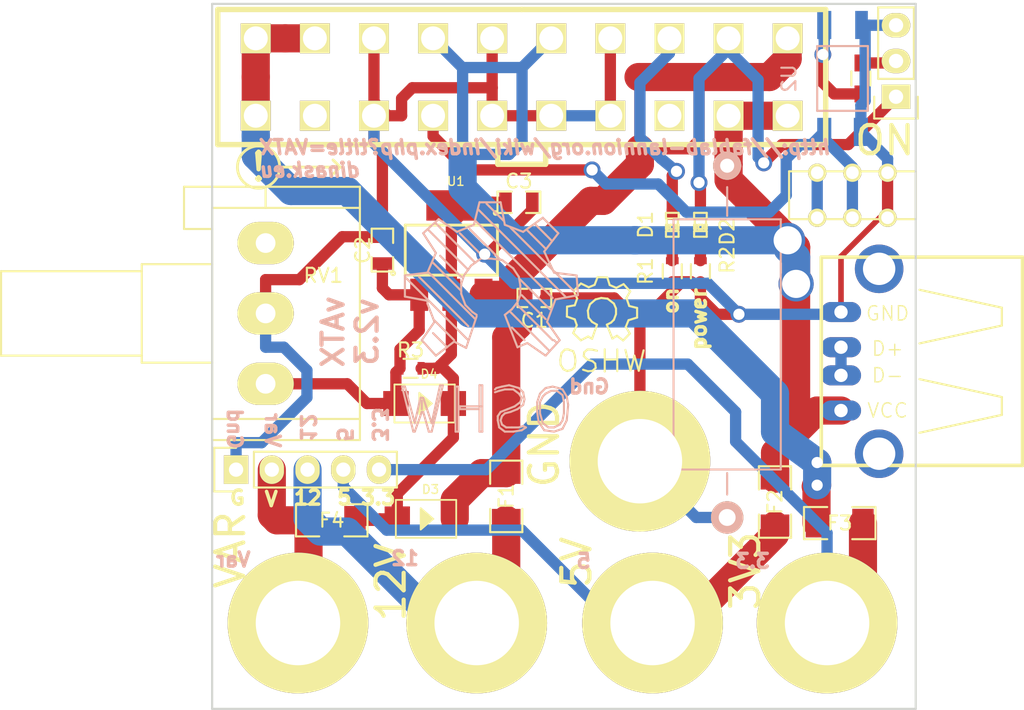
<source format=kicad_pcb>
(kicad_pcb (version 20171130) (host pcbnew "(5.1.12)-1")

  (general
    (thickness 1.6)
    (drawings 37)
    (tracks 297)
    (zones 0)
    (modules 31)
    (nets 20)
  )

  (page A4)
  (title_block
    (title "VATX : Variable ATX Power Supply")
    (date "18 mai 2015")
    (rev v2.3)
    (company "FabLab Lannion")
    (comment 1 "Jérôme Labidurie")
  )

  (layers
    (0 F.Cu signal)
    (31 B.Cu signal)
    (32 B.Adhes user hide)
    (33 F.Adhes user hide)
    (34 B.Paste user hide)
    (35 F.Paste user hide)
    (36 B.SilkS user hide)
    (37 F.SilkS user hide)
    (38 B.Mask user hide)
    (39 F.Mask user hide)
    (40 Dwgs.User user hide)
    (41 Cmts.User user hide)
    (42 Eco1.User user hide)
    (43 Eco2.User user hide)
    (44 Edge.Cuts user)
  )

  (setup
    (last_trace_width 0.8)
    (user_trace_width 2)
    (trace_clearance 0.5)
    (zone_clearance 0.508)
    (zone_45_only yes)
    (trace_min 0.254)
    (via_size 1.2)
    (via_drill 0.8)
    (via_min_size 0.889)
    (via_min_drill 0.508)
    (user_via 2.5 2)
    (uvia_size 0.508)
    (uvia_drill 0.127)
    (uvias_allowed no)
    (uvia_min_size 0.508)
    (uvia_min_drill 0.127)
    (edge_width 0.15)
    (segment_width 0.2)
    (pcb_text_width 0.3)
    (pcb_text_size 2.5 2.5)
    (mod_edge_width 0.15)
    (mod_text_size 1 1)
    (mod_text_width 0.15)
    (pad_size 6 15)
    (pad_drill 0)
    (pad_to_mask_clearance 0)
    (aux_axis_origin 0 0)
    (visible_elements 7FFFFF7F)
    (pcbplotparams
      (layerselection 0x010fc_80000001)
      (usegerberextensions true)
      (usegerberattributes true)
      (usegerberadvancedattributes true)
      (creategerberjobfile true)
      (excludeedgelayer true)
      (linewidth 0.150000)
      (plotframeref false)
      (viasonmask false)
      (mode 1)
      (useauxorigin false)
      (hpglpennumber 1)
      (hpglpenspeed 20)
      (hpglpendiameter 15.000000)
      (psnegative false)
      (psa4output false)
      (plotreference true)
      (plotvalue true)
      (plotinvisibletext false)
      (padsonsilk false)
      (subtractmaskfromsilk false)
      (outputformat 1)
      (mirror false)
      (drillshape 0)
      (scaleselection 1)
      (outputdirectory "fabrication/"))
  )

  (net 0 "")
  (net 1 POK)
  (net 2 "Net-(D1-Pad2)")
  (net 3 +5VSB)
  (net 4 "Net-(D2-Pad2)")
  (net 5 +12V)
  (net 6 +VAR)
  (net 7 "Net-(C2-Pad1)")
  (net 8 +5V)
  (net 9 "Net-(J1-Pad2)")
  (net 10 GND)
  (net 11 +3.3V)
  (net 12 PSON)
  (net 13 f+5V)
  (net 14 f+3.3V)
  (net 15 f+VAR)
  (net 16 f+12V)
  (net 17 "Net-(SW1-Pad1)")
  (net 18 "Net-(P8-Pad2)")
  (net 19 "Net-(R4-Pad2)")

  (net_class Default "Ceci est la Netclass par défaut"
    (clearance 0.5)
    (trace_width 0.8)
    (via_dia 1.2)
    (via_drill 0.8)
    (uvia_dia 0.508)
    (uvia_drill 0.127)
    (add_net +12V)
    (add_net +3.3V)
    (add_net +5V)
    (add_net +5VSB)
    (add_net +VAR)
    (add_net GND)
    (add_net "Net-(C2-Pad1)")
    (add_net "Net-(D1-Pad2)")
    (add_net "Net-(D2-Pad2)")
    (add_net "Net-(J1-Pad2)")
    (add_net "Net-(P8-Pad2)")
    (add_net "Net-(R4-Pad2)")
    (add_net "Net-(SW1-Pad1)")
    (add_net POK)
    (add_net PSON)
    (add_net f+12V)
    (add_net f+3.3V)
    (add_net f+5V)
    (add_net f+VAR)
  )

  (module opl:4P-2.0-90D (layer F.Cu) (tedit 54FF19CA) (tstamp 54FF15BD)
    (at 154.2 75 90)
    (descr "<b>USB connector</b>")
    (path /53504BF8)
    (fp_text reference J1 (at 0.3175 -4.8895 90) (layer F.SilkS) hide
      (effects (font (size 0.625 0.625) (thickness 0.1)))
    )
    (fp_text value USB (at 0 2.2225 90) (layer F.SilkS) hide
      (effects (font (size 0.625 0.625) (thickness 0.1)))
    )
    (fp_line (start 2.54 8.72) (end 3.81 8.72) (layer F.SilkS) (width 0.1524))
    (fp_line (start 1.27 2.87) (end 2.54 8.72) (layer F.SilkS) (width 0.1524))
    (fp_line (start -2.54 8.72) (end -1.27 2.87) (layer F.SilkS) (width 0.1524))
    (fp_line (start -3.81 8.72) (end -2.54 8.72) (layer F.SilkS) (width 0.1524))
    (fp_line (start -5.08 2.87) (end -3.81 8.72) (layer F.SilkS) (width 0.1524))
    (fp_line (start -7.4 -4.11) (end -7.4 10.19) (layer F.SilkS) (width 0.254))
    (fp_line (start 7.4 -4.11) (end -7.4 -4.11) (layer F.SilkS) (width 0.254))
    (fp_line (start 7.4 10.19) (end 7.4 -4.11) (layer F.SilkS) (width 0.254))
    (fp_line (start 3.81 8.72) (end 5.08 2.87) (layer F.SilkS) (width 0.1524))
    (fp_line (start -7.4 10.19) (end 7.4 10.19) (layer F.SilkS) (width 0.254))
    (fp_text user VCC (at -3.5 0.6 180) (layer F.SilkS)
      (effects (font (size 1.016 1.016) (thickness 0.1)))
    )
    (fp_text user D- (at -1 0.6 180) (layer F.SilkS)
      (effects (font (size 1.016 1.016) (thickness 0.1)))
    )
    (fp_text user D+ (at 0.9 0.6 180) (layer F.SilkS)
      (effects (font (size 1.016 1.016) (thickness 0.1)))
    )
    (fp_text user GND (at 3.4 0.6 180) (layer F.SilkS)
      (effects (font (size 1.016 1.016) (thickness 0.1)))
    )
    (pad 1 thru_hole oval (at -3.5 -2.71 180) (size 2.85 1.425) (drill 0.95) (layers *.Cu *.Mask)
      (net 8 +5V))
    (pad 2 thru_hole oval (at -1 -2.71 180) (size 2.85 1.425) (drill 0.95) (layers *.Cu *.Mask)
      (net 9 "Net-(J1-Pad2)"))
    (pad 3 thru_hole oval (at 1 -2.71 180) (size 2.85 1.425) (drill 0.95) (layers *.Cu *.Mask)
      (net 9 "Net-(J1-Pad2)"))
    (pad 4 thru_hole oval (at 3.5 -2.71 180) (size 2.85 1.425) (drill 0.95) (layers *.Cu *.Mask)
      (net 10 GND))
    (pad SG1 thru_hole circle (at -6.57 0 90) (size 3.45 3.45) (drill 2.3) (layers *.Cu *.Mask))
    (pad SG2 thru_hole circle (at 6.57 0 90) (size 3.45 3.45) (drill 2.3) (layers *.Cu *.Mask))
  )

  (module opl:SOT223 (layer F.Cu) (tedit 54FE0961) (tstamp 54FDF52B)
    (at 123.8 67.1)
    (descr "<b>SMALL OUTLINE TRANSISTOR</b>")
    (path /5345CE9E)
    (fp_text reference U1 (at 0.3175 -4.8895) (layer F.SilkS)
      (effects (font (size 0.625 0.625) (thickness 0.1)))
    )
    (fp_text value LM317T (at 0 -0.3175) (layer F.SilkS) hide
      (effects (font (size 0.625 0.625) (thickness 0.1)))
    )
    (fp_line (start -3.277 -1.778) (end 3.277 -1.778) (layer F.SilkS) (width 0.2032))
    (fp_line (start -3.277 1.778) (end -3.277 -1.778) (layer F.SilkS) (width 0.2032))
    (fp_line (start 3.277 1.778) (end -3.277 1.778) (layer F.SilkS) (width 0.2032))
    (fp_line (start 3.277 -1.778) (end 3.277 1.778) (layer F.SilkS) (width 0.2032))
    (pad 1 smd rect (at -2.286 3.175) (size 1.27 2.286) (layers F.Cu F.Paste F.Mask)
      (net 7 "Net-(C2-Pad1)"))
    (pad 2 smd rect (at 0 3.175) (size 1.27 2.286) (layers F.Cu F.Paste F.Mask)
      (net 6 +VAR))
    (pad 3 smd rect (at 2.286 3.175) (size 1.27 2.286) (layers F.Cu F.Paste F.Mask)
      (net 5 +12V))
    (pad 2 smd rect (at 0 -3.175) (size 3.556 2.159) (layers F.Cu F.Paste F.Mask)
      (net 6 +VAR))
  )

  (module atx:ATX_NON_90DEG (layer F.Cu) (tedit 54948FD0) (tstamp 549465F0)
    (at 128.8 54.8)
    (path /5345C9F7)
    (fp_text reference P1 (at -0.50038 -10.50036) (layer F.SilkS) hide
      (effects (font (size 1.524 1.524) (thickness 0.3048)))
    )
    (fp_text value CONN_10X2 (at -0.50038 -7.50062) (layer F.SilkS) hide
      (effects (font (size 1.524 1.524) (thickness 0.3048)))
    )
    (fp_line (start -21.60016 -4.8006) (end 0 -4.8006) (layer F.SilkS) (width 0.381))
    (fp_line (start -21.60016 4.8006) (end -21.60016 -4.8006) (layer F.SilkS) (width 0.381))
    (fp_line (start 21.60016 4.8006) (end -21.60016 4.8006) (layer F.SilkS) (width 0.381))
    (fp_line (start 21.60016 -4.8006) (end 21.60016 4.8006) (layer F.SilkS) (width 0.381))
    (fp_line (start 0 -4.8006) (end 21.60016 -4.8006) (layer F.SilkS) (width 0.381))
    (fp_line (start -1.69926 6.20014) (end -1.69926 4.8006) (layer F.SilkS) (width 0.381))
    (fp_line (start 1.69926 6.20014) (end -1.69926 6.20014) (layer F.SilkS) (width 0.381))
    (fp_line (start 1.69926 4.8006) (end 1.69926 6.20014) (layer F.SilkS) (width 0.381))
    (pad 1 thru_hole rect (at -18.90014 -2.75082 180) (size 2.12598 2.12598) (drill 1.69926) (layers *.Cu *.Mask F.SilkS)
      (net 11 +3.3V))
    (pad 2 thru_hole rect (at -18.90014 2.75082 180) (size 2.12598 2.12598) (drill 1.69926) (layers *.Cu *.Mask F.SilkS)
      (net 11 +3.3V))
    (pad 3 thru_hole rect (at -14.69898 -2.75082 180) (size 2.12598 2.12598) (drill 1.69926) (layers *.Cu *.Mask F.SilkS)
      (net 11 +3.3V))
    (pad 4 thru_hole rect (at -14.69898 2.75082 180) (size 2.12598 2.12598) (drill 1.69926) (layers *.Cu *.Mask F.SilkS))
    (pad 5 thru_hole rect (at -10.50036 -2.75082 180) (size 2.12598 2.12598) (drill 1.69926) (layers *.Cu *.Mask F.SilkS)
      (net 10 GND))
    (pad 6 thru_hole rect (at -10.50036 2.75082 180) (size 2.12598 2.12598) (drill 1.69926) (layers *.Cu *.Mask F.SilkS)
      (net 10 GND))
    (pad 7 thru_hole rect (at -6.2992 -2.75082 180) (size 2.12598 2.12598) (drill 1.69926) (layers *.Cu *.Mask F.SilkS)
      (net 8 +5V))
    (pad 8 thru_hole rect (at -6.2992 2.75082 180) (size 2.12598 2.12598) (drill 1.69926) (layers *.Cu *.Mask F.SilkS)
      (net 12 PSON))
    (pad 9 thru_hole rect (at -2.10058 -2.75082 180) (size 2.12598 2.12598) (drill 1.69926) (layers *.Cu *.Mask F.SilkS)
      (net 10 GND))
    (pad 10 thru_hole rect (at -2.10058 2.75082 180) (size 2.12598 2.12598) (drill 1.69926) (layers *.Cu *.Mask F.SilkS)
      (net 10 GND))
    (pad 11 thru_hole rect (at 2.10058 -2.75082 180) (size 2.12598 2.12598) (drill 1.69926) (layers *.Cu *.Mask F.SilkS)
      (net 8 +5V))
    (pad 12 thru_hole rect (at 2.10058 2.75082 180) (size 2.12598 2.12598) (drill 1.69926) (layers *.Cu *.Mask F.SilkS)
      (net 10 GND))
    (pad 13 thru_hole rect (at 6.2992 -2.75082 180) (size 2.12598 2.12598) (drill 1.69926) (layers *.Cu *.Mask F.SilkS)
      (net 10 GND))
    (pad 14 thru_hole rect (at 6.2992 2.75082 180) (size 2.12598 2.12598) (drill 1.69926) (layers *.Cu *.Mask F.SilkS)
      (net 10 GND))
    (pad 15 thru_hole rect (at 10.50036 -2.75082 180) (size 2.12598 2.12598) (drill 1.69926) (layers *.Cu *.Mask F.SilkS)
      (net 1 POK))
    (pad 16 thru_hole rect (at 10.50036 2.75082 180) (size 2.12598 2.12598) (drill 1.69926) (layers *.Cu *.Mask F.SilkS))
    (pad 17 thru_hole rect (at 14.69898 -2.75082 180) (size 2.12598 2.12598) (drill 1.69926) (layers *.Cu *.Mask F.SilkS)
      (net 3 +5VSB))
    (pad 18 thru_hole rect (at 14.69898 2.75082 180) (size 2.12598 2.12598) (drill 1.69926) (layers *.Cu *.Mask F.SilkS)
      (net 8 +5V))
    (pad 19 thru_hole rect (at 18.90014 -2.75082 180) (size 2.12598 2.12598) (drill 1.69926) (layers *.Cu *.Mask F.SilkS)
      (net 5 +12V))
    (pad 20 thru_hole rect (at 18.90014 2.75082 180) (size 2.12598 2.12598) (drill 1.69926) (layers *.Cu *.Mask F.SilkS)
      (net 8 +5V))
  )

  (module atx:Banana_single_6mmDrill (layer F.Cu) (tedit 54946423) (tstamp 549465FA)
    (at 125.6 93.6)
    (path /5345D194)
    (fp_text reference P3 (at -0.1 6.3) (layer F.SilkS) hide
      (effects (font (size 1.5 1.5) (thickness 0.15)))
    )
    (fp_text value CONN_1 (at 0.15 -6.5) (layer F.SilkS) hide
      (effects (font (size 1.5 1.5) (thickness 0.15)))
    )
    (pad 1 thru_hole circle (at 0 0) (size 10 10) (drill 6) (layers *.Cu *.Mask F.SilkS)
      (net 16 f+12V))
  )

  (module atx:Banana_single_6mmDrill (layer F.Cu) (tedit 54946423) (tstamp 54946604)
    (at 150.5 93.6)
    (path /5345D1C1)
    (fp_text reference P5 (at -0.1 6.3) (layer F.SilkS) hide
      (effects (font (size 1.5 1.5) (thickness 0.15)))
    )
    (fp_text value CONN_1 (at 0.15 -6.5) (layer F.SilkS) hide
      (effects (font (size 1.5 1.5) (thickness 0.15)))
    )
    (pad 1 thru_hole circle (at 0 0) (size 10 10) (drill 6) (layers *.Cu *.Mask F.SilkS)
      (net 14 f+3.3V))
  )

  (module atx:Banana_single_6mmDrill (layer F.Cu) (tedit 54946423) (tstamp 54946609)
    (at 112.9 93.6)
    (path /5345D1D1)
    (fp_text reference P6 (at -0.1 6.3) (layer F.SilkS) hide
      (effects (font (size 1.5 1.5) (thickness 0.15)))
    )
    (fp_text value CONN_1 (at 0.15 -6.5) (layer F.SilkS) hide
      (effects (font (size 1.5 1.5) (thickness 0.15)))
    )
    (pad 1 thru_hole circle (at 0 0) (size 10 10) (drill 6) (layers *.Cu *.Mask F.SilkS)
      (net 15 f+VAR))
  )

  (module atx:Banana_single_6mmDrill (layer F.Cu) (tedit 54946423) (tstamp 5494660E)
    (at 137.2 82.1)
    (path /5345D203)
    (fp_text reference P7 (at -0.1 6.3) (layer F.SilkS) hide
      (effects (font (size 1.5 1.5) (thickness 0.15)))
    )
    (fp_text value CONN_1 (at 0.15 -6.5) (layer F.SilkS) hide
      (effects (font (size 1.5 1.5) (thickness 0.15)))
    )
    (pad 1 thru_hole circle (at 0 0) (size 10 10) (drill 6) (layers *.Cu *.Mask F.SilkS)
      (net 10 GND))
  )

  (module Potentiometers:Potentiometer_Alps-RK16-single_largePads (layer F.Cu) (tedit 54FE11AF) (tstamp 54946680)
    (at 110.6 76.6 180)
    (descr "Potentiometer, Alps, RK16, single, large Pads, RevA, 30 July 2010,")
    (tags "Potentiometer, Alps, RK16, single, large Pads, RevA, 30 July 2010,")
    (path /5345CFB7)
    (fp_text reference RV1 (at -4.1 7.7 180) (layer F.SilkS)
      (effects (font (size 1 1) (thickness 0.15)))
    )
    (fp_text value 1K (at 0 16.43126 180) (layer F.SilkS) hide
      (effects (font (size 1 1) (thickness 0.15)))
    )
    (fp_line (start 3.79984 12.50188) (end 3.79984 -2.49936) (layer F.SilkS) (width 0.15))
    (fp_line (start -6.70052 12.50188) (end 3.79984 12.50188) (layer F.SilkS) (width 0.15))
    (fp_line (start -6.70052 -2.49936) (end -6.70052 12.50188) (layer F.SilkS) (width 0.15))
    (fp_line (start 3.79984 -2.49936) (end -6.70052 -2.49936) (layer F.SilkS) (width 0.15))
    (fp_line (start 8.8011 8.50138) (end 3.79984 8.50138) (layer F.SilkS) (width 0.15))
    (fp_line (start 8.8011 1.50114) (end 8.8011 8.50138) (layer F.SilkS) (width 0.15))
    (fp_line (start 3.79984 1.50114) (end 8.8011 1.50114) (layer F.SilkS) (width 0.15))
    (fp_line (start 18.80108 8.001) (end 8.8011 8.001) (layer F.SilkS) (width 0.15))
    (fp_line (start 18.80108 2.00152) (end 18.80108 8.001) (layer F.SilkS) (width 0.15))
    (fp_line (start 8.8011 2.00152) (end 18.80108 2.00152) (layer F.SilkS) (width 0.15))
    (fp_line (start 0 14.00048) (end 0 12.50188) (layer F.SilkS) (width 0.15))
    (fp_line (start 5.79882 14.00048) (end 0 14.00048) (layer F.SilkS) (width 0.15))
    (fp_line (start 5.79882 11.00074) (end 5.79882 14.00048) (layer F.SilkS) (width 0.15))
    (fp_line (start 3.79984 11.00074) (end 5.79882 11.00074) (layer F.SilkS) (width 0.15))
    (fp_line (start -6.70052 -3.99796) (end -6.70052 -2.49936) (layer F.SilkS) (width 0.15))
    (fp_line (start 3.79984 -3.99796) (end -6.70052 -3.99796) (layer F.SilkS) (width 0.15))
    (fp_line (start 3.79984 -2.49936) (end 3.79984 -3.99796) (layer F.SilkS) (width 0.15))
    (fp_line (start -6.70052 14.00048) (end -6.70052 12.40028) (layer F.SilkS) (width 0.15))
    (fp_line (start 0 14.00048) (end -6.70052 14.00048) (layer F.SilkS) (width 0.15))
    (pad 2 thru_hole oval (at 0 5.00126 180) (size 4.0005 2.99974) (drill 1.39954) (layers *.Cu *.Mask F.SilkS)
      (net 10 GND))
    (pad 3 thru_hole oval (at 0 10.00252 180) (size 4.0005 2.99974) (drill 1.39954) (layers *.Cu *.Mask F.SilkS))
    (pad 1 thru_hole oval (at 0 0 180) (size 4.0005 2.99974) (drill 1.39954) (layers *.Cu *.Mask F.SilkS)
      (net 7 "Net-(C2-Pad1)"))
  )

  (module SMD_Packages:SMD-0603_c (layer F.Cu) (tedit 54FE12ED) (tstamp 54946F79)
    (at 129.7 70.5)
    (path /5345DCE0)
    (attr smd)
    (fp_text reference C1 (at 0 1.6 180) (layer F.SilkS)
      (effects (font (size 1 1) (thickness 0.15)))
    )
    (fp_text value 0.1µF (at -1.651 0 90) (layer F.SilkS) hide
      (effects (font (size 1 1) (thickness 0.15)))
    )
    (fp_line (start -1.19888 0.635) (end -1.19888 -0.635) (layer F.SilkS) (width 0.15))
    (fp_line (start 1.19888 -0.635) (end 1.19888 0.635) (layer F.SilkS) (width 0.15))
    (fp_line (start -1.19888 -0.65024) (end -0.50038 -0.65024) (layer F.SilkS) (width 0.15))
    (fp_line (start 0.50038 -0.65024) (end 1.19888 -0.65024) (layer F.SilkS) (width 0.15))
    (fp_line (start -0.50038 0.65024) (end -1.19888 0.65024) (layer F.SilkS) (width 0.15))
    (fp_line (start 0.50038 0.65024) (end 1.19888 0.65024) (layer F.SilkS) (width 0.15))
    (pad 1 smd rect (at -0.762 0) (size 0.635 1.143) (layers F.Cu F.Paste F.Mask)
      (net 5 +12V))
    (pad 2 smd rect (at 0.762 0) (size 0.635 1.143) (layers F.Cu F.Paste F.Mask)
      (net 10 GND))
    (model SMD_Packages/SMD-0603_c.wrl
      (offset (xyz 0 0 0.02539999961853028))
      (scale (xyz 0.5 0.5 0.5))
      (rotate (xyz 0 0 0))
    )
  )

  (module SMD_Packages:SMD-0805 (layer F.Cu) (tedit 54FDE24F) (tstamp 54946F7F)
    (at 118.9 67.1 90)
    (path /5345D9E4)
    (attr smd)
    (fp_text reference C2 (at 0 -1.4 90) (layer F.SilkS)
      (effects (font (size 1 1) (thickness 0.15)))
    )
    (fp_text value 10µF (at 0 0.381 90) (layer F.SilkS) hide
      (effects (font (size 1 1) (thickness 0.15)))
    )
    (fp_line (start 1.524 0.762) (end 0.508 0.762) (layer F.SilkS) (width 0.15))
    (fp_line (start 1.524 -0.762) (end 1.524 0.762) (layer F.SilkS) (width 0.15))
    (fp_line (start 0.508 -0.762) (end 1.524 -0.762) (layer F.SilkS) (width 0.15))
    (fp_line (start -1.524 -0.762) (end -0.508 -0.762) (layer F.SilkS) (width 0.15))
    (fp_line (start -1.524 0.762) (end -1.524 -0.762) (layer F.SilkS) (width 0.15))
    (fp_line (start -0.508 0.762) (end -1.524 0.762) (layer F.SilkS) (width 0.15))
    (fp_circle (center -1.651 0.762) (end -1.651 0.635) (layer F.SilkS) (width 0.15))
    (pad 1 smd rect (at -0.9525 0 90) (size 0.889 1.397) (layers F.Cu F.Paste F.Mask)
      (net 7 "Net-(C2-Pad1)"))
    (pad 2 smd rect (at 0.9525 0 90) (size 0.889 1.397) (layers F.Cu F.Paste F.Mask)
      (net 10 GND))
    (model SMD_Packages/SMD-0805.wrl
      (at (xyz 0 0 0))
      (scale (xyz 0.1 0.1 0.1))
      (rotate (xyz 0 0 0))
    )
  )

  (module SMD_Packages:SMD-0805 (layer F.Cu) (tedit 54FDE261) (tstamp 54946F85)
    (at 128.6 63.7)
    (path /5345D9D2)
    (attr smd)
    (fp_text reference C3 (at 0 -1.5) (layer F.SilkS)
      (effects (font (size 1 1) (thickness 0.15)))
    )
    (fp_text value 1µF (at 0 0.381) (layer F.SilkS) hide
      (effects (font (size 1 1) (thickness 0.15)))
    )
    (fp_line (start 1.524 0.762) (end 0.508 0.762) (layer F.SilkS) (width 0.15))
    (fp_line (start 1.524 -0.762) (end 1.524 0.762) (layer F.SilkS) (width 0.15))
    (fp_line (start 0.508 -0.762) (end 1.524 -0.762) (layer F.SilkS) (width 0.15))
    (fp_line (start -1.524 -0.762) (end -0.508 -0.762) (layer F.SilkS) (width 0.15))
    (fp_line (start -1.524 0.762) (end -1.524 -0.762) (layer F.SilkS) (width 0.15))
    (fp_line (start -0.508 0.762) (end -1.524 0.762) (layer F.SilkS) (width 0.15))
    (fp_circle (center -1.651 0.762) (end -1.651 0.635) (layer F.SilkS) (width 0.15))
    (pad 1 smd rect (at -0.9525 0) (size 0.889 1.397) (layers F.Cu F.Paste F.Mask)
      (net 6 +VAR))
    (pad 2 smd rect (at 0.9525 0) (size 0.889 1.397) (layers F.Cu F.Paste F.Mask)
      (net 10 GND))
    (model SMD_Packages/SMD-0805.wrl
      (at (xyz 0 0 0))
      (scale (xyz 0.1 0.1 0.1))
      (rotate (xyz 0 0 0))
    )
  )

  (module LEDs:LED-0603 (layer F.Cu) (tedit 5) (tstamp 54946F86)
    (at 139.5 65.3 270)
    (descr "LED 0603 smd package")
    (tags "LED led 0603 SMD smd SMT smt smdled SMDLED smtled SMTLED")
    (path /5345CCEC)
    (attr smd)
    (fp_text reference D1 (at 0 1.9 270) (layer F.SilkS)
      (effects (font (size 1 1) (thickness 0.15)))
    )
    (fp_text value blue (at 0 1.016 270) (layer F.SilkS) hide
      (effects (font (size 1 1) (thickness 0.15)))
    )
    (fp_line (start 0.44958 0.39878) (end -0.44958 0.39878) (layer F.SilkS) (width 0.15))
    (fp_line (start 0.44958 -0.39878) (end -0.44958 -0.39878) (layer F.SilkS) (width 0.15))
    (fp_line (start 0 -0.14986) (end 0.29972 -0.14986) (layer F.SilkS) (width 0.15))
    (fp_line (start 0.29972 -0.14986) (end 0.29972 0.14986) (layer F.SilkS) (width 0.15))
    (fp_line (start 0 0.14986) (end 0.29972 0.14986) (layer F.SilkS) (width 0.15))
    (fp_line (start 0 -0.14986) (end 0 0.14986) (layer F.SilkS) (width 0.15))
    (fp_line (start 0 0.29972) (end 0.29972 0.29972) (layer F.SilkS) (width 0.15))
    (fp_line (start 0.29972 0.29972) (end 0.29972 0.44958) (layer F.SilkS) (width 0.15))
    (fp_line (start 0 0.44958) (end 0.29972 0.44958) (layer F.SilkS) (width 0.15))
    (fp_line (start 0 0.29972) (end 0 0.44958) (layer F.SilkS) (width 0.15))
    (fp_line (start 0 -0.44958) (end 0.29972 -0.44958) (layer F.SilkS) (width 0.15))
    (fp_line (start 0.29972 -0.44958) (end 0.29972 -0.29972) (layer F.SilkS) (width 0.15))
    (fp_line (start 0 -0.29972) (end 0.29972 -0.29972) (layer F.SilkS) (width 0.15))
    (fp_line (start 0 -0.44958) (end 0 -0.29972) (layer F.SilkS) (width 0.15))
    (fp_line (start -0.84836 -0.44958) (end -0.44958 -0.44958) (layer F.SilkS) (width 0.15))
    (fp_line (start -0.44958 -0.44958) (end -0.44958 0.44958) (layer F.SilkS) (width 0.15))
    (fp_line (start -0.84836 0.44958) (end -0.44958 0.44958) (layer F.SilkS) (width 0.15))
    (fp_line (start -0.84836 -0.44958) (end -0.84836 0.44958) (layer F.SilkS) (width 0.15))
    (fp_line (start 0.44958 -0.44958) (end 0.84836 -0.44958) (layer F.SilkS) (width 0.15))
    (fp_line (start 0.84836 -0.44958) (end 0.84836 0.44958) (layer F.SilkS) (width 0.15))
    (fp_line (start 0.44958 0.44958) (end 0.84836 0.44958) (layer F.SilkS) (width 0.15))
    (fp_line (start 0.44958 -0.44958) (end 0.44958 0.44958) (layer F.SilkS) (width 0.15))
    (pad 1 smd rect (at -0.7493 0 270) (size 0.79756 0.79756) (layers F.Cu F.Paste F.Mask)
      (net 1 POK))
    (pad 2 smd rect (at 0.7493 0 270) (size 0.79756 0.79756) (layers F.Cu F.Paste F.Mask)
      (net 2 "Net-(D1-Pad2)"))
  )

  (module LEDs:LED-0603 (layer F.Cu) (tedit 54FDEE9F) (tstamp 54946FA1)
    (at 141.5 65.3 270)
    (descr "LED 0603 smd package")
    (tags "LED led 0603 SMD smd SMT smt smdled SMDLED smtled SMTLED")
    (path /5345CD8F)
    (attr smd)
    (fp_text reference D2 (at 0.5 -1.9 270) (layer F.SilkS)
      (effects (font (size 1 1) (thickness 0.15)))
    )
    (fp_text value yellow (at 0 1.016 270) (layer F.SilkS) hide
      (effects (font (size 1 1) (thickness 0.15)))
    )
    (fp_line (start 0.44958 0.39878) (end -0.44958 0.39878) (layer F.SilkS) (width 0.15))
    (fp_line (start 0.44958 -0.39878) (end -0.44958 -0.39878) (layer F.SilkS) (width 0.15))
    (fp_line (start 0 -0.14986) (end 0.29972 -0.14986) (layer F.SilkS) (width 0.15))
    (fp_line (start 0.29972 -0.14986) (end 0.29972 0.14986) (layer F.SilkS) (width 0.15))
    (fp_line (start 0 0.14986) (end 0.29972 0.14986) (layer F.SilkS) (width 0.15))
    (fp_line (start 0 -0.14986) (end 0 0.14986) (layer F.SilkS) (width 0.15))
    (fp_line (start 0 0.29972) (end 0.29972 0.29972) (layer F.SilkS) (width 0.15))
    (fp_line (start 0.29972 0.29972) (end 0.29972 0.44958) (layer F.SilkS) (width 0.15))
    (fp_line (start 0 0.44958) (end 0.29972 0.44958) (layer F.SilkS) (width 0.15))
    (fp_line (start 0 0.29972) (end 0 0.44958) (layer F.SilkS) (width 0.15))
    (fp_line (start 0 -0.44958) (end 0.29972 -0.44958) (layer F.SilkS) (width 0.15))
    (fp_line (start 0.29972 -0.44958) (end 0.29972 -0.29972) (layer F.SilkS) (width 0.15))
    (fp_line (start 0 -0.29972) (end 0.29972 -0.29972) (layer F.SilkS) (width 0.15))
    (fp_line (start 0 -0.44958) (end 0 -0.29972) (layer F.SilkS) (width 0.15))
    (fp_line (start -0.84836 -0.44958) (end -0.44958 -0.44958) (layer F.SilkS) (width 0.15))
    (fp_line (start -0.44958 -0.44958) (end -0.44958 0.44958) (layer F.SilkS) (width 0.15))
    (fp_line (start -0.84836 0.44958) (end -0.44958 0.44958) (layer F.SilkS) (width 0.15))
    (fp_line (start -0.84836 -0.44958) (end -0.84836 0.44958) (layer F.SilkS) (width 0.15))
    (fp_line (start 0.44958 -0.44958) (end 0.84836 -0.44958) (layer F.SilkS) (width 0.15))
    (fp_line (start 0.84836 -0.44958) (end 0.84836 0.44958) (layer F.SilkS) (width 0.15))
    (fp_line (start 0.44958 0.44958) (end 0.84836 0.44958) (layer F.SilkS) (width 0.15))
    (fp_line (start 0.44958 -0.44958) (end 0.44958 0.44958) (layer F.SilkS) (width 0.15))
    (pad 1 smd rect (at -0.7493 0 270) (size 0.79756 0.79756) (layers F.Cu F.Paste F.Mask)
      (net 3 +5VSB))
    (pad 2 smd rect (at 0.7493 0 270) (size 0.79756 0.79756) (layers F.Cu F.Paste F.Mask)
      (net 4 "Net-(D2-Pad2)"))
  )

  (module SMD_Packages:SMD-1206 (layer F.Cu) (tedit 54946F0B) (tstamp 54946FCB)
    (at 146.8 85 270)
    (path /549475E4)
    (attr smd)
    (fp_text reference F2 (at 0 0 270) (layer F.SilkS)
      (effects (font (size 1 1) (thickness 0.15)))
    )
    (fp_text value FUSE (at 0 0 270) (layer F.SilkS) hide
      (effects (font (size 1 1) (thickness 0.15)))
    )
    (fp_line (start -0.889 -1.143) (end -2.54 -1.143) (layer F.SilkS) (width 0.15))
    (fp_line (start 2.54 1.143) (end 0.889 1.143) (layer F.SilkS) (width 0.15))
    (fp_line (start 2.54 -1.143) (end 2.54 1.143) (layer F.SilkS) (width 0.15))
    (fp_line (start 0.889 -1.143) (end 2.54 -1.143) (layer F.SilkS) (width 0.15))
    (fp_line (start -2.54 1.143) (end -0.889 1.143) (layer F.SilkS) (width 0.15))
    (fp_line (start -2.54 -1.143) (end -2.54 1.143) (layer F.SilkS) (width 0.15))
    (pad 1 smd rect (at -1.651 0 270) (size 1.524 2.032) (layers F.Cu F.Paste F.Mask)
      (net 8 +5V))
    (pad 2 smd rect (at 1.651 0 270) (size 1.524 2.032) (layers F.Cu F.Paste F.Mask)
      (net 13 f+5V))
    (model SMD_Packages/SMD-1206.wrl
      (at (xyz 0 0 0))
      (scale (xyz 0.17 0.16 0.16))
      (rotate (xyz 0 0 0))
    )
  )

  (module SMD_Packages:SMD-1206 (layer F.Cu) (tedit 54946F0B) (tstamp 54946FD1)
    (at 151.4 86.5)
    (path /54947615)
    (attr smd)
    (fp_text reference F3 (at 0 0) (layer F.SilkS)
      (effects (font (size 1 1) (thickness 0.15)))
    )
    (fp_text value FUSE (at 0 0) (layer F.SilkS) hide
      (effects (font (size 1 1) (thickness 0.15)))
    )
    (fp_line (start -0.889 -1.143) (end -2.54 -1.143) (layer F.SilkS) (width 0.15))
    (fp_line (start 2.54 1.143) (end 0.889 1.143) (layer F.SilkS) (width 0.15))
    (fp_line (start 2.54 -1.143) (end 2.54 1.143) (layer F.SilkS) (width 0.15))
    (fp_line (start 0.889 -1.143) (end 2.54 -1.143) (layer F.SilkS) (width 0.15))
    (fp_line (start -2.54 1.143) (end -0.889 1.143) (layer F.SilkS) (width 0.15))
    (fp_line (start -2.54 -1.143) (end -2.54 1.143) (layer F.SilkS) (width 0.15))
    (pad 1 smd rect (at -1.651 0) (size 1.524 2.032) (layers F.Cu F.Paste F.Mask)
      (net 11 +3.3V))
    (pad 2 smd rect (at 1.651 0) (size 1.524 2.032) (layers F.Cu F.Paste F.Mask)
      (net 14 f+3.3V))
    (model SMD_Packages/SMD-1206.wrl
      (at (xyz 0 0 0))
      (scale (xyz 0.17 0.16 0.16))
      (rotate (xyz 0 0 0))
    )
  )

  (module Resistors_SMD:R_0603 (layer F.Cu) (tedit 5) (tstamp 54946FDD)
    (at 139.5 68.6 270)
    (descr "Resistor SMD 0603, reflow soldering, Vishay (see dcrcw.pdf)")
    (tags "resistor 0603")
    (path /5345CD19)
    (attr smd)
    (fp_text reference R1 (at 0 1.9 270) (layer F.SilkS)
      (effects (font (size 1 1) (thickness 0.15)))
    )
    (fp_text value 470 (at 0 1.9) (layer F.SilkS) hide
      (effects (font (size 1 1) (thickness 0.15)))
    )
    (fp_line (start -0.5 -0.675) (end 0.5 -0.675) (layer F.SilkS) (width 0.15))
    (fp_line (start 0.5 0.675) (end -0.5 0.675) (layer F.SilkS) (width 0.15))
    (fp_line (start 1.3 -0.8) (end 1.3 0.8) (layer F.CrtYd) (width 0.05))
    (fp_line (start -1.3 -0.8) (end -1.3 0.8) (layer F.CrtYd) (width 0.05))
    (fp_line (start -1.3 0.8) (end 1.3 0.8) (layer F.CrtYd) (width 0.05))
    (fp_line (start -1.3 -0.8) (end 1.3 -0.8) (layer F.CrtYd) (width 0.05))
    (pad 1 smd rect (at -0.75 0 270) (size 0.5 0.9) (layers F.Cu F.Paste F.Mask)
      (net 2 "Net-(D1-Pad2)"))
    (pad 2 smd rect (at 0.75 0 270) (size 0.5 0.9) (layers F.Cu F.Paste F.Mask)
      (net 10 GND))
    (model Resistors_SMD/R_0603.wrl
      (at (xyz 0 0 0))
      (scale (xyz 1 1 1))
      (rotate (xyz 0 0 0))
    )
  )

  (module Resistors_SMD:R_0603 (layer F.Cu) (tedit 54FDEE9B) (tstamp 54946FE2)
    (at 141.5 68.6 270)
    (descr "Resistor SMD 0603, reflow soldering, Vishay (see dcrcw.pdf)")
    (tags "resistor 0603")
    (path /5345CD95)
    (attr smd)
    (fp_text reference R2 (at -0.8 -1.9 270) (layer F.SilkS)
      (effects (font (size 1 1) (thickness 0.15)))
    )
    (fp_text value 680 (at 0 1.9 270) (layer F.SilkS) hide
      (effects (font (size 1 1) (thickness 0.15)))
    )
    (fp_line (start -0.5 -0.675) (end 0.5 -0.675) (layer F.SilkS) (width 0.15))
    (fp_line (start 0.5 0.675) (end -0.5 0.675) (layer F.SilkS) (width 0.15))
    (fp_line (start 1.3 -0.8) (end 1.3 0.8) (layer F.CrtYd) (width 0.05))
    (fp_line (start -1.3 -0.8) (end -1.3 0.8) (layer F.CrtYd) (width 0.05))
    (fp_line (start -1.3 0.8) (end 1.3 0.8) (layer F.CrtYd) (width 0.05))
    (fp_line (start -1.3 -0.8) (end 1.3 -0.8) (layer F.CrtYd) (width 0.05))
    (pad 1 smd rect (at -0.75 0 270) (size 0.5 0.9) (layers F.Cu F.Paste F.Mask)
      (net 4 "Net-(D2-Pad2)"))
    (pad 2 smd rect (at 0.75 0 270) (size 0.5 0.9) (layers F.Cu F.Paste F.Mask)
      (net 10 GND))
    (model Resistors_SMD/R_0603.wrl
      (at (xyz 0 0 0))
      (scale (xyz 1 1 1))
      (rotate (xyz 0 0 0))
    )
  )

  (module Resistors_SMD:R_0603 (layer F.Cu) (tedit 54FDE21B) (tstamp 54946FE7)
    (at 120.9 75.5 180)
    (descr "Resistor SMD 0603, reflow soldering, Vishay (see dcrcw.pdf)")
    (tags "resistor 0603")
    (path /5345CF17)
    (attr smd)
    (fp_text reference R3 (at 0 1.3 180) (layer F.SilkS)
      (effects (font (size 1 1) (thickness 0.15)))
    )
    (fp_text value 100 (at 0 1.9 180) (layer F.SilkS) hide
      (effects (font (size 1 1) (thickness 0.15)))
    )
    (fp_line (start -0.5 -0.675) (end 0.5 -0.675) (layer F.SilkS) (width 0.15))
    (fp_line (start 0.5 0.675) (end -0.5 0.675) (layer F.SilkS) (width 0.15))
    (fp_line (start 1.3 -0.8) (end 1.3 0.8) (layer F.CrtYd) (width 0.05))
    (fp_line (start -1.3 -0.8) (end -1.3 0.8) (layer F.CrtYd) (width 0.05))
    (fp_line (start -1.3 0.8) (end 1.3 0.8) (layer F.CrtYd) (width 0.05))
    (fp_line (start -1.3 -0.8) (end 1.3 -0.8) (layer F.CrtYd) (width 0.05))
    (pad 1 smd rect (at -0.75 0 180) (size 0.5 0.9) (layers F.Cu F.Paste F.Mask)
      (net 6 +VAR))
    (pad 2 smd rect (at 0.75 0 180) (size 0.5 0.9) (layers F.Cu F.Paste F.Mask)
      (net 7 "Net-(C2-Pad1)"))
    (model Resistors_SMD/R_0603.wrl
      (at (xyz 0 0 0))
      (scale (xyz 1 1 1))
      (rotate (xyz 0 0 0))
    )
  )

  (module atx:Banana_single_6mmDrill (layer F.Cu) (tedit 54946423) (tstamp 5494707C)
    (at 138.1 93.6)
    (path /5345D1A4)
    (fp_text reference P4 (at -0.1 6.3) (layer F.SilkS) hide
      (effects (font (size 1.5 1.5) (thickness 0.15)))
    )
    (fp_text value CONN_1 (at 0.15 -6.5) (layer F.SilkS) hide
      (effects (font (size 1.5 1.5) (thickness 0.15)))
    )
    (pad 1 thru_hole circle (at 0 0) (size 10 10) (drill 6) (layers *.Cu *.Mask F.SilkS)
      (net 13 f+5V))
  )

  (module SMD_Packages:SMD-1206 (layer F.Cu) (tedit 54948C49) (tstamp 54948C9E)
    (at 127.7 84.6 270)
    (path /54947561)
    (attr smd)
    (fp_text reference F1 (at 0 0 270) (layer F.SilkS)
      (effects (font (size 1 1) (thickness 0.15)))
    )
    (fp_text value FUSE (at 0 0 270) (layer F.SilkS) hide
      (effects (font (size 1 1) (thickness 0.15)))
    )
    (fp_line (start -0.889 -1.143) (end -2.54 -1.143) (layer F.SilkS) (width 0.15))
    (fp_line (start 2.54 1.143) (end 0.889 1.143) (layer F.SilkS) (width 0.15))
    (fp_line (start 2.54 -1.143) (end 2.54 1.143) (layer F.SilkS) (width 0.15))
    (fp_line (start 0.889 -1.143) (end 2.54 -1.143) (layer F.SilkS) (width 0.15))
    (fp_line (start -2.54 1.143) (end -0.889 1.143) (layer F.SilkS) (width 0.15))
    (fp_line (start -2.54 -1.143) (end -2.54 1.143) (layer F.SilkS) (width 0.15))
    (pad 1 smd rect (at -1.651 0 270) (size 1.524 2.032) (layers F.Cu F.Paste F.Mask)
      (net 5 +12V))
    (pad 2 smd rect (at 1.651 0 270) (size 1.524 2.032) (layers F.Cu F.Paste F.Mask)
      (net 16 f+12V))
    (model SMD_Packages/SMD-1206.wrl
      (at (xyz 0 0 0))
      (scale (xyz 0.17 0.16 0.16))
      (rotate (xyz 0 0 0))
    )
  )

  (module SMD_Packages:SMD-1206 (layer F.Cu) (tedit 54948C49) (tstamp 54948CA4)
    (at 115.3 86.3 180)
    (path /54947647)
    (attr smd)
    (fp_text reference F4 (at 0 0 180) (layer F.SilkS)
      (effects (font (size 1 1) (thickness 0.15)))
    )
    (fp_text value FUSE (at 0 0 180) (layer F.SilkS) hide
      (effects (font (size 1 1) (thickness 0.15)))
    )
    (fp_line (start -0.889 -1.143) (end -2.54 -1.143) (layer F.SilkS) (width 0.15))
    (fp_line (start 2.54 1.143) (end 0.889 1.143) (layer F.SilkS) (width 0.15))
    (fp_line (start 2.54 -1.143) (end 2.54 1.143) (layer F.SilkS) (width 0.15))
    (fp_line (start 0.889 -1.143) (end 2.54 -1.143) (layer F.SilkS) (width 0.15))
    (fp_line (start -2.54 1.143) (end -0.889 1.143) (layer F.SilkS) (width 0.15))
    (fp_line (start -2.54 -1.143) (end -2.54 1.143) (layer F.SilkS) (width 0.15))
    (pad 1 smd rect (at -1.651 0 180) (size 1.524 2.032) (layers F.Cu F.Paste F.Mask)
      (net 6 +VAR))
    (pad 2 smd rect (at 1.651 0 180) (size 1.524 2.032) (layers F.Cu F.Paste F.Mask)
      (net 15 f+VAR))
    (model SMD_Packages/SMD-1206.wrl
      (at (xyz 0 0 0))
      (scale (xyz 0.17 0.16 0.16))
      (rotate (xyz 0 0 0))
    )
  )

  (module Footprint_Symbols:Symbol_OSHW-Logo_SilkScreen (layer F.Cu) (tedit 54FDE1D7) (tstamp 54FDED64)
    (at 134.5 71.5)
    (descr "Symbol, OSHW-Logo, Silk Screen,")
    (tags "Symbol, OSHW-Logo, Silk Screen,")
    (fp_text reference Symbol_OSHW-Logo_SilkScreen (at 0.09906 -4.38912) (layer F.SilkS) hide
      (effects (font (size 1 1) (thickness 0.15)))
    )
    (fp_text value VAL** (at 0.30988 6.56082) (layer F.SilkS) hide
      (effects (font (size 1 1) (thickness 0.15)))
    )
    (fp_line (start 0.35052 0.89916) (end 0.7493 1.89992) (layer F.SilkS) (width 0.15))
    (fp_line (start -0.35052 0.89916) (end -0.70104 1.89992) (layer F.SilkS) (width 0.15))
    (fp_line (start -0.70104 0.70104) (end -0.35052 0.89916) (layer F.SilkS) (width 0.15))
    (fp_line (start -0.94996 0.39878) (end -0.70104 0.70104) (layer F.SilkS) (width 0.15))
    (fp_line (start -1.00076 -0.09906) (end -0.94996 0.39878) (layer F.SilkS) (width 0.15))
    (fp_line (start -0.8509 -0.55118) (end -1.00076 -0.09906) (layer F.SilkS) (width 0.15))
    (fp_line (start -0.44958 -0.89916) (end -0.8509 -0.55118) (layer F.SilkS) (width 0.15))
    (fp_line (start -0.0508 -1.00076) (end -0.44958 -0.89916) (layer F.SilkS) (width 0.15))
    (fp_line (start 0.39878 -0.94996) (end -0.0508 -1.00076) (layer F.SilkS) (width 0.15))
    (fp_line (start 0.8509 -0.59944) (end 0.39878 -0.94996) (layer F.SilkS) (width 0.15))
    (fp_line (start 1.00076 -0.24892) (end 0.8509 -0.59944) (layer F.SilkS) (width 0.15))
    (fp_line (start 1.00076 0.14986) (end 1.00076 -0.24892) (layer F.SilkS) (width 0.15))
    (fp_line (start 0.8509 0.55118) (end 1.00076 0.14986) (layer F.SilkS) (width 0.15))
    (fp_line (start 0.65024 0.7493) (end 0.8509 0.55118) (layer F.SilkS) (width 0.15))
    (fp_line (start 0.35052 0.89916) (end 0.65024 0.7493) (layer F.SilkS) (width 0.15))
    (fp_line (start -1.9304 0.5207) (end -1.7907 0.91948) (layer F.SilkS) (width 0.15))
    (fp_line (start -2.4892 0.32004) (end -1.9304 0.5207) (layer F.SilkS) (width 0.15))
    (fp_line (start -2.47904 -0.381) (end -2.4892 0.32004) (layer F.SilkS) (width 0.15))
    (fp_line (start -1.9304 -0.48006) (end -2.47904 -0.381) (layer F.SilkS) (width 0.15))
    (fp_line (start -1.76022 -0.96012) (end -1.9304 -0.48006) (layer F.SilkS) (width 0.15))
    (fp_line (start -2.00914 -1.50114) (end -1.76022 -0.96012) (layer F.SilkS) (width 0.15))
    (fp_line (start -1.49098 -2.02946) (end -2.00914 -1.50114) (layer F.SilkS) (width 0.15))
    (fp_line (start -0.9398 -1.76022) (end -1.49098 -2.02946) (layer F.SilkS) (width 0.15))
    (fp_line (start -0.5207 -1.9304) (end -0.9398 -1.76022) (layer F.SilkS) (width 0.15))
    (fp_line (start -0.30988 -2.47904) (end -0.5207 -1.9304) (layer F.SilkS) (width 0.15))
    (fp_line (start 0.381 -2.46126) (end -0.30988 -2.47904) (layer F.SilkS) (width 0.15))
    (fp_line (start 0.55118 -1.92024) (end 0.381 -2.46126) (layer F.SilkS) (width 0.15))
    (fp_line (start 1.02108 -1.71958) (end 0.55118 -1.92024) (layer F.SilkS) (width 0.15))
    (fp_line (start 1.53924 -1.9812) (end 1.02108 -1.71958) (layer F.SilkS) (width 0.15))
    (fp_line (start 2.00914 -1.47066) (end 1.53924 -1.9812) (layer F.SilkS) (width 0.15))
    (fp_line (start 1.7399 -1.00076) (end 2.00914 -1.47066) (layer F.SilkS) (width 0.15))
    (fp_line (start 1.94056 -0.42926) (end 1.7399 -1.00076) (layer F.SilkS) (width 0.15))
    (fp_line (start 2.49936 -0.28956) (end 1.94056 -0.42926) (layer F.SilkS) (width 0.15))
    (fp_line (start 2.49936 0.39116) (end 2.49936 -0.28956) (layer F.SilkS) (width 0.15))
    (fp_line (start 1.88976 0.57912) (end 2.49936 0.39116) (layer F.SilkS) (width 0.15))
    (fp_line (start 1.69926 1.04902) (end 1.88976 0.57912) (layer F.SilkS) (width 0.15))
    (fp_line (start 1.9812 1.52908) (end 1.69926 1.04902) (layer F.SilkS) (width 0.15))
    (fp_line (start 1.50876 2.0193) (end 1.9812 1.52908) (layer F.SilkS) (width 0.15))
    (fp_line (start 1.06934 1.6891) (end 1.50876 2.0193) (layer F.SilkS) (width 0.15))
    (fp_line (start 0.73914 1.8796) (end 1.06934 1.6891) (layer F.SilkS) (width 0.15))
    (fp_line (start -0.98044 1.7399) (end -0.70104 1.89992) (layer F.SilkS) (width 0.15))
    (fp_line (start -1.50114 2.00914) (end -0.98044 1.7399) (layer F.SilkS) (width 0.15))
    (fp_line (start -2.03962 1.49098) (end -1.50114 2.00914) (layer F.SilkS) (width 0.15))
    (fp_line (start -1.78054 0.92964) (end -2.03962 1.49098) (layer F.SilkS) (width 0.15))
    (fp_line (start -2.03962 2.78892) (end -2.4003 2.65938) (layer F.SilkS) (width 0.15))
    (fp_line (start -1.9304 3.07086) (end -2.03962 2.78892) (layer F.SilkS) (width 0.15))
    (fp_line (start -1.8796 3.4798) (end -1.9304 3.07086) (layer F.SilkS) (width 0.15))
    (fp_line (start -1.95072 3.93954) (end -1.8796 3.4798) (layer F.SilkS) (width 0.15))
    (fp_line (start -2.16916 4.11988) (end -1.95072 3.93954) (layer F.SilkS) (width 0.15))
    (fp_line (start -2.47904 4.191) (end -2.16916 4.11988) (layer F.SilkS) (width 0.15))
    (fp_line (start -2.7305 4.06908) (end -2.47904 4.191) (layer F.SilkS) (width 0.15))
    (fp_line (start -2.93116 3.74904) (end -2.7305 4.06908) (layer F.SilkS) (width 0.15))
    (fp_line (start -2.9591 3.40106) (end -2.93116 3.74904) (layer F.SilkS) (width 0.15))
    (fp_line (start -2.8702 2.91084) (end -2.9591 3.40106) (layer F.SilkS) (width 0.15))
    (fp_line (start -2.6289 2.66954) (end -2.8702 2.91084) (layer F.SilkS) (width 0.15))
    (fp_line (start -2.37998 2.64922) (end -2.6289 2.66954) (layer F.SilkS) (width 0.15))
    (fp_line (start -0.9906 4.20878) (end -1.34112 4.09956) (layer F.SilkS) (width 0.15))
    (fp_line (start -0.67056 4.18084) (end -0.9906 4.20878) (layer F.SilkS) (width 0.15))
    (fp_line (start -0.43942 3.95986) (end -0.67056 4.18084) (layer F.SilkS) (width 0.15))
    (fp_line (start -0.48006 3.66014) (end -0.43942 3.95986) (layer F.SilkS) (width 0.15))
    (fp_line (start -0.6604 3.50012) (end -0.48006 3.66014) (layer F.SilkS) (width 0.15))
    (fp_line (start -1.04902 3.37058) (end -0.6604 3.50012) (layer F.SilkS) (width 0.15))
    (fp_line (start -1.29032 3.12928) (end -1.04902 3.37058) (layer F.SilkS) (width 0.15))
    (fp_line (start -1.25984 2.86004) (end -1.29032 3.12928) (layer F.SilkS) (width 0.15))
    (fp_line (start -1.02108 2.65938) (end -1.25984 2.86004) (layer F.SilkS) (width 0.15))
    (fp_line (start -0.70104 2.66954) (end -1.02108 2.65938) (layer F.SilkS) (width 0.15))
    (fp_line (start -0.35052 2.75082) (end -0.70104 2.66954) (layer F.SilkS) (width 0.15))
    (fp_line (start 0.20066 4.21894) (end 0.21082 4.20878) (layer F.SilkS) (width 0.15))
    (fp_line (start 0.20066 2.64922) (end 0.20066 4.21894) (layer F.SilkS) (width 0.15))
    (fp_line (start 1.08966 2.65938) (end 1.08966 4.20116) (layer F.SilkS) (width 0.15))
    (fp_line (start 1.04902 3.38074) (end 1.04902 3.37058) (layer F.SilkS) (width 0.15))
    (fp_line (start 1.03886 3.37058) (end 1.04902 3.38074) (layer F.SilkS) (width 0.15))
    (fp_line (start 0.24892 3.38074) (end 1.03886 3.37058) (layer F.SilkS) (width 0.15))
    (fp_line (start 2.61874 4.17068) (end 2.9591 2.72034) (layer F.SilkS) (width 0.15))
    (fp_line (start 2.30886 3.0988) (end 2.61874 4.17068) (layer F.SilkS) (width 0.15))
    (fp_line (start 2.02946 4.16052) (end 2.30886 3.0988) (layer F.SilkS) (width 0.15))
    (fp_line (start 1.66878 2.68986) (end 2.02946 4.16052) (layer F.SilkS) (width 0.15))
  )

  (module Footprint_Symbols:Symbol_OSHW-Logo_SilkScreen_BIG (layer B.Cu) (tedit 54FDECEA) (tstamp 54FDED65)
    (at 126.5 50.5 180)
    (descr "Symbol, OSHW-Logo, Silk Screen, BIG")
    (tags "Symbol, OSHW-Logo, Silk Screen, BIG")
    (fp_text reference Symbol_OSHW-Logo_SilkScreen_BIG (at -0.29972 -11.50112 180) (layer B.SilkS) hide
      (effects (font (size 1 1) (thickness 0.15)) (justify mirror))
    )
    (fp_text value VAL** (at 0.29972 -32.10052 180) (layer B.SilkS) hide
      (effects (font (size 1 1) (thickness 0.15)) (justify mirror))
    )
    (fp_line (start -1.99898 -23.50008) (end -1.09982 -21.20138) (layer B.SilkS) (width 0.15))
    (fp_line (start -2.70002 -23.20036) (end -1.99898 -23.50008) (layer B.SilkS) (width 0.15))
    (fp_line (start -3.99796 -24.09952) (end -2.70002 -23.20036) (layer B.SilkS) (width 0.15))
    (fp_line (start -4.99872 -22.9997) (end -3.99796 -24.09952) (layer B.SilkS) (width 0.15))
    (fp_line (start -4.09956 -21.69922) (end -4.99872 -22.9997) (layer B.SilkS) (width 0.15))
    (fp_line (start -4.699 -20.10156) (end -4.09956 -21.69922) (layer B.SilkS) (width 0.15))
    (fp_line (start -6.2992 -19.7993) (end -4.699 -20.10156) (layer B.SilkS) (width 0.15))
    (fp_line (start -6.20014 -18.39976) (end -6.2992 -19.7993) (layer B.SilkS) (width 0.15))
    (fp_line (start -4.59994 -18.20164) (end -6.20014 -18.39976) (layer B.SilkS) (width 0.15))
    (fp_line (start -3.8989 -16.7005) (end -4.59994 -18.20164) (layer B.SilkS) (width 0.15))
    (fp_line (start -4.89966 -15.40002) (end -3.8989 -16.7005) (layer B.SilkS) (width 0.15))
    (fp_line (start -3.79984 -14.3002) (end -4.89966 -15.40002) (layer B.SilkS) (width 0.15))
    (fp_line (start -2.4003 -15.30096) (end -3.79984 -14.3002) (layer B.SilkS) (width 0.15))
    (fp_line (start -1.09982 -14.80058) (end -2.4003 -15.30096) (layer B.SilkS) (width 0.15))
    (fp_line (start -0.8001 -13.20038) (end -1.09982 -14.80058) (layer B.SilkS) (width 0.15))
    (fp_line (start 0.70104 -13.20038) (end -0.8001 -13.20038) (layer B.SilkS) (width 0.15))
    (fp_line (start 1.09982 -14.80058) (end 0.70104 -13.20038) (layer B.SilkS) (width 0.15))
    (fp_line (start 2.30124 -15.30096) (end 1.09982 -14.80058) (layer B.SilkS) (width 0.15))
    (fp_line (start 3.60172 -14.39926) (end 2.30124 -15.30096) (layer B.SilkS) (width 0.15))
    (fp_line (start 4.70154 -15.40002) (end 3.60172 -14.39926) (layer B.SilkS) (width 0.15))
    (fp_line (start 3.79984 -16.79956) (end 4.70154 -15.40002) (layer B.SilkS) (width 0.15))
    (fp_line (start 4.40182 -18.20164) (end 3.79984 -16.79956) (layer B.SilkS) (width 0.15))
    (fp_line (start 6.00202 -18.39976) (end 4.40182 -18.20164) (layer B.SilkS) (width 0.15))
    (fp_line (start 6.00202 -19.9009) (end 6.00202 -18.39976) (layer B.SilkS) (width 0.15))
    (fp_line (start 4.40182 -20.20062) (end 6.00202 -19.9009) (layer B.SilkS) (width 0.15))
    (fp_line (start 4.40182 -20.40128) (end 4.40182 -20.20062) (layer B.SilkS) (width 0.15))
    (fp_line (start 3.90144 -21.69922) (end 4.40182 -20.40128) (layer B.SilkS) (width 0.15))
    (fp_line (start 4.8006 -22.9997) (end 3.90144 -21.69922) (layer B.SilkS) (width 0.15))
    (fp_line (start 3.79984 -24.09952) (end 4.8006 -22.9997) (layer B.SilkS) (width 0.15))
    (fp_line (start 2.5019 -23.1013) (end 3.79984 -24.09952) (layer B.SilkS) (width 0.15))
    (fp_line (start 1.651 -23.55088) (end 2.5019 -23.1013) (layer B.SilkS) (width 0.15))
    (fp_line (start 0.9017 -21.30044) (end 1.651 -23.55088) (layer B.SilkS) (width 0.15))
    (fp_line (start 1.20142 -21.00072) (end 0.9017 -21.20138) (layer B.SilkS) (width 0.15))
    (fp_line (start 1.7018 -20.50034) (end 1.20142 -21.00072) (layer B.SilkS) (width 0.15))
    (fp_line (start 2.00152 -19.70024) (end 1.7018 -20.50034) (layer B.SilkS) (width 0.15))
    (fp_line (start 2.00152 -18.9992) (end 2.00152 -19.70024) (layer B.SilkS) (width 0.15))
    (fp_line (start 1.80086 -18.39976) (end 2.00152 -18.9992) (layer B.SilkS) (width 0.15))
    (fp_line (start 1.30048 -17.70126) (end 1.80086 -18.39976) (layer B.SilkS) (width 0.15))
    (fp_line (start 0.60198 -17.20088) (end 1.30048 -17.70126) (layer B.SilkS) (width 0.15))
    (fp_line (start -0.09906 -17.20088) (end 0.60198 -17.20088) (layer B.SilkS) (width 0.15))
    (fp_line (start -0.89916 -17.29994) (end -0.09906 -17.20088) (layer B.SilkS) (width 0.15))
    (fp_line (start -1.69926 -17.89938) (end -0.89916 -17.29994) (layer B.SilkS) (width 0.15))
    (fp_line (start -2.09804 -18.50136) (end -1.69926 -17.89938) (layer B.SilkS) (width 0.15))
    (fp_line (start -2.19964 -19.1008) (end -2.09804 -18.50136) (layer B.SilkS) (width 0.15))
    (fp_line (start -2.19964 -19.7993) (end -2.19964 -19.1008) (layer B.SilkS) (width 0.15))
    (fp_line (start -1.99898 -20.29968) (end -2.19964 -19.7993) (layer B.SilkS) (width 0.15))
    (fp_line (start -1.6002 -20.80006) (end -1.99898 -20.29968) (layer B.SilkS) (width 0.15))
    (fp_line (start -1.09982 -21.20138) (end -1.6002 -20.80006) (layer B.SilkS) (width 0.15))
    (fp_line (start -4.0005 -26.40076) (end -4.50088 -26.29916) (layer B.SilkS) (width 0.15))
    (fp_line (start -3.59918 -26.79954) (end -4.0005 -26.40076) (layer B.SilkS) (width 0.15))
    (fp_line (start -3.40106 -27.39898) (end -3.59918 -26.79954) (layer B.SilkS) (width 0.15))
    (fp_line (start -3.40106 -28.10002) (end -3.40106 -27.39898) (layer B.SilkS) (width 0.15))
    (fp_line (start -3.50012 -28.80106) (end -3.40106 -28.10002) (layer B.SilkS) (width 0.15))
    (fp_line (start -3.8989 -29.4005) (end -3.50012 -28.80106) (layer B.SilkS) (width 0.15))
    (fp_line (start -4.59994 -29.49956) (end -3.8989 -29.4005) (layer B.SilkS) (width 0.15))
    (fp_line (start -5.19938 -29.2989) (end -4.59994 -29.49956) (layer B.SilkS) (width 0.15))
    (fp_line (start -5.4991 -28.69946) (end -5.19938 -29.2989) (layer B.SilkS) (width 0.15))
    (fp_line (start -5.6007 -27.59964) (end -5.4991 -28.69946) (layer B.SilkS) (width 0.15))
    (fp_line (start -5.4991 -27.0002) (end -5.6007 -27.59964) (layer B.SilkS) (width 0.15))
    (fp_line (start -5.19938 -26.49982) (end -5.4991 -27.0002) (layer B.SilkS) (width 0.15))
    (fp_line (start -4.89966 -26.40076) (end -5.19938 -26.49982) (layer B.SilkS) (width 0.15))
    (fp_line (start -4.50088 -26.29916) (end -4.89966 -26.40076) (layer B.SilkS) (width 0.15))
    (fp_line (start -4.0005 -26.79954) (end -4.39928 -26.59888) (layer B.SilkS) (width 0.15))
    (fp_line (start -3.79984 -27.0002) (end -4.0005 -26.79954) (layer B.SilkS) (width 0.15))
    (fp_line (start -3.59918 -27.39898) (end -3.79984 -27.0002) (layer B.SilkS) (width 0.15))
    (fp_line (start -3.59918 -28.19908) (end -3.59918 -27.39898) (layer B.SilkS) (width 0.15))
    (fp_line (start -3.79984 -28.90012) (end -3.59918 -28.19908) (layer B.SilkS) (width 0.15))
    (fp_line (start -4.20116 -29.19984) (end -3.79984 -28.90012) (layer B.SilkS) (width 0.15))
    (fp_line (start -4.59994 -29.19984) (end -4.20116 -29.19984) (layer B.SilkS) (width 0.15))
    (fp_line (start -5.00126 -28.99918) (end -4.59994 -29.19984) (layer B.SilkS) (width 0.15))
    (fp_line (start -5.19938 -28.69946) (end -5.00126 -28.99918) (layer B.SilkS) (width 0.15))
    (fp_line (start -5.30098 -28.19908) (end -5.19938 -28.69946) (layer B.SilkS) (width 0.15))
    (fp_line (start -5.30098 -27.39898) (end -5.30098 -28.19908) (layer B.SilkS) (width 0.15))
    (fp_line (start -5.19938 -26.90114) (end -5.30098 -27.39898) (layer B.SilkS) (width 0.15))
    (fp_line (start -4.8006 -26.59888) (end -5.19938 -26.90114) (layer B.SilkS) (width 0.15))
    (fp_line (start -4.50088 -26.59888) (end -4.8006 -26.59888) (layer B.SilkS) (width 0.15))
    (fp_line (start -0.70104 -26.59888) (end -0.39878 -26.70048) (layer B.SilkS) (width 0.15))
    (fp_line (start -1.09982 -26.49982) (end -0.70104 -26.59888) (layer B.SilkS) (width 0.15))
    (fp_line (start -1.69926 -26.49982) (end -1.09982 -26.49982) (layer B.SilkS) (width 0.15))
    (fp_line (start -2.10058 -26.79954) (end -1.69926 -26.49982) (layer B.SilkS) (width 0.15))
    (fp_line (start -2.30124 -27.09926) (end -2.10058 -26.79954) (layer B.SilkS) (width 0.15))
    (fp_line (start -2.19964 -27.39898) (end -2.30124 -27.09926) (layer B.SilkS) (width 0.15))
    (fp_line (start -1.80086 -27.70124) (end -2.19964 -27.39898) (layer B.SilkS) (width 0.15))
    (fp_line (start -1.30048 -27.89936) (end -1.80086 -27.70124) (layer B.SilkS) (width 0.15))
    (fp_line (start -0.8001 -28.10002) (end -1.30048 -27.89936) (layer B.SilkS) (width 0.15))
    (fp_line (start -0.59944 -28.39974) (end -0.8001 -28.10002) (layer B.SilkS) (width 0.15))
    (fp_line (start -0.59944 -28.69946) (end -0.59944 -28.39974) (layer B.SilkS) (width 0.15))
    (fp_line (start -0.70104 -29.19984) (end -0.59944 -28.69946) (layer B.SilkS) (width 0.15))
    (fp_line (start -1.09982 -29.49956) (end -0.70104 -29.19984) (layer B.SilkS) (width 0.15))
    (fp_line (start -1.69926 -29.49956) (end -1.09982 -29.49956) (layer B.SilkS) (width 0.15))
    (fp_line (start -2.30124 -29.4005) (end -1.69926 -29.49956) (layer B.SilkS) (width 0.15))
    (fp_line (start -2.60096 -29.19984) (end -2.30124 -29.4005) (layer B.SilkS) (width 0.15))
    (fp_line (start -2.4003 -29.10078) (end -2.60096 -29.19984) (layer B.SilkS) (width 0.15))
    (fp_line (start -2.10058 -29.19984) (end -2.4003 -29.10078) (layer B.SilkS) (width 0.15))
    (fp_line (start -1.6002 -29.19984) (end -2.10058 -29.19984) (layer B.SilkS) (width 0.15))
    (fp_line (start -1.19888 -29.19984) (end -1.6002 -29.19984) (layer B.SilkS) (width 0.15))
    (fp_line (start -0.89916 -28.99918) (end -1.19888 -29.19984) (layer B.SilkS) (width 0.15))
    (fp_line (start -0.8001 -28.69946) (end -0.89916 -28.99918) (layer B.SilkS) (width 0.15))
    (fp_line (start -0.89916 -28.39974) (end -0.8001 -28.69946) (layer B.SilkS) (width 0.15))
    (fp_line (start -1.09982 -28.19908) (end -0.89916 -28.39974) (layer B.SilkS) (width 0.15))
    (fp_line (start -1.50114 -28.10002) (end -1.09982 -28.19908) (layer B.SilkS) (width 0.15))
    (fp_line (start -1.99898 -27.89936) (end -1.50114 -28.10002) (layer B.SilkS) (width 0.15))
    (fp_line (start -2.4003 -27.59964) (end -1.99898 -27.89936) (layer B.SilkS) (width 0.15))
    (fp_line (start -2.49936 -27.20086) (end -2.4003 -27.59964) (layer B.SilkS) (width 0.15))
    (fp_line (start -2.4003 -26.70048) (end -2.49936 -27.20086) (layer B.SilkS) (width 0.15))
    (fp_line (start -2.10058 -26.40076) (end -2.4003 -26.70048) (layer B.SilkS) (width 0.15))
    (fp_line (start -1.39954 -26.2001) (end -2.10058 -26.40076) (layer B.SilkS) (width 0.15))
    (fp_line (start -0.89916 -26.29916) (end -1.39954 -26.2001) (layer B.SilkS) (width 0.15))
    (fp_line (start -0.50038 -26.40076) (end -0.89916 -26.29916) (layer B.SilkS) (width 0.15))
    (fp_line (start -0.39878 -26.49982) (end -0.50038 -26.40076) (layer B.SilkS) (width 0.15))
    (fp_line (start 0.70104 -29.49956) (end 0.70104 -26.2001) (layer B.SilkS) (width 0.15))
    (fp_line (start 0.50038 -29.49956) (end 0.70104 -29.49956) (layer B.SilkS) (width 0.15))
    (fp_line (start 0.50038 -26.2001) (end 0.50038 -29.49956) (layer B.SilkS) (width 0.15))
    (fp_line (start 0.70104 -26.2001) (end 0.59944 -26.2001) (layer B.SilkS) (width 0.15))
    (fp_line (start 2.4003 -26.29916) (end 2.19964 -26.29916) (layer B.SilkS) (width 0.15))
    (fp_line (start 2.4003 -29.49956) (end 2.4003 -26.29916) (layer B.SilkS) (width 0.15))
    (fp_line (start 2.19964 -29.49956) (end 2.4003 -29.49956) (layer B.SilkS) (width 0.15))
    (fp_line (start 2.19964 -26.29916) (end 2.19964 -29.49956) (layer B.SilkS) (width 0.15))
    (fp_line (start 2.10058 -27.89936) (end 0.70104 -27.89936) (layer B.SilkS) (width 0.15))
    (fp_line (start 2.10058 -27.70124) (end 2.10058 -27.89936) (layer B.SilkS) (width 0.15))
    (fp_line (start 0.59944 -27.70124) (end 2.10058 -27.70124) (layer B.SilkS) (width 0.15))
    (fp_line (start 3.50012 -26.2001) (end 3.29946 -26.2001) (layer B.SilkS) (width 0.15))
    (fp_line (start 4.09956 -28.90012) (end 3.50012 -26.2001) (layer B.SilkS) (width 0.15))
    (fp_line (start 4.699 -27.09926) (end 4.09956 -28.90012) (layer B.SilkS) (width 0.15))
    (fp_line (start 4.89966 -27.09926) (end 4.699 -27.09926) (layer B.SilkS) (width 0.15))
    (fp_line (start 5.30098 -28.90012) (end 4.89966 -27.09926) (layer B.SilkS) (width 0.15))
    (fp_line (start 5.99948 -26.29916) (end 5.30098 -28.90012) (layer B.SilkS) (width 0.15))
    (fp_line (start 6.20014 -26.29916) (end 5.99948 -26.29916) (layer B.SilkS) (width 0.15))
    (fp_line (start 5.40004 -29.49956) (end 6.20014 -26.29916) (layer B.SilkS) (width 0.15))
    (fp_line (start 5.30098 -29.49956) (end 5.40004 -29.49956) (layer B.SilkS) (width 0.15))
    (fp_line (start 4.8006 -28.10002) (end 5.30098 -29.49956) (layer B.SilkS) (width 0.15))
    (fp_line (start 4.699 -28.10002) (end 4.8006 -28.10002) (layer B.SilkS) (width 0.15))
    (fp_line (start 4.30022 -29.49956) (end 4.699 -28.10002) (layer B.SilkS) (width 0.15))
    (fp_line (start 4.09956 -29.49956) (end 4.30022 -29.49956) (layer B.SilkS) (width 0.15))
    (fp_line (start 3.29946 -26.2001) (end 4.09956 -29.49956) (layer B.SilkS) (width 0.15))
    (fp_line (start 4.8006 -27.29992) (end 4.8006 -27.89936) (layer B.SilkS) (width 0.15))
    (fp_line (start 1.99898 -15.49908) (end 0.50038 -17.00022) (layer B.SilkS) (width 0.15))
    (fp_line (start 3.50012 -15.00124) (end 1.00076 -17.5006) (layer B.SilkS) (width 0.15))
    (fp_line (start 4.0005 -15.49908) (end 1.50114 -18.00098) (layer B.SilkS) (width 0.15))
    (fp_line (start 1.00076 -15.49908) (end -0.50038 -17.00022) (layer B.SilkS) (width 0.15))
    (fp_line (start 3.50012 -17.00022) (end 1.99898 -18.49882) (layer B.SilkS) (width 0.15))
    (fp_line (start 3.50012 -18.00098) (end 1.99898 -19.49958) (layer B.SilkS) (width 0.15))
    (fp_line (start 0.50038 -15.00124) (end -4.50088 -19.99996) (layer B.SilkS) (width 0.15))
    (fp_line (start -1.99898 -15.49908) (end -4.50088 -18.00098) (layer B.SilkS) (width 0.15))
    (fp_line (start -5.00126 -18.49882) (end -5.99948 -19.49958) (layer B.SilkS) (width 0.15))
    (fp_line (start -2.99974 -15.49908) (end -4.0005 -16.49984) (layer B.SilkS) (width 0.15))
    (fp_line (start -3.50012 -15.00124) (end -4.0005 -15.49908) (layer B.SilkS) (width 0.15))
    (fp_line (start 0 -13.5001) (end -1.00076 -14.50086) (layer B.SilkS) (width 0.15))
    (fp_line (start -2.49936 -18.9992) (end -4.0005 -20.50034) (layer B.SilkS) (width 0.15))
    (fp_line (start -2.49936 -19.99996) (end -4.0005 -21.5011) (layer B.SilkS) (width 0.15))
    (fp_line (start -2.49936 -21.00072) (end -4.50088 -22.9997) (layer B.SilkS) (width 0.15))
    (fp_line (start -1.99898 -21.5011) (end -4.0005 -23.50008) (layer B.SilkS) (width 0.15))
    (fp_line (start -1.99898 -22.49932) (end -2.49936 -22.9997) (layer B.SilkS) (width 0.15))
    (fp_line (start 4.0005 -18.49882) (end 1.00076 -21.5011) (layer B.SilkS) (width 0.15))
    (fp_line (start 5.00126 -18.49882) (end 1.50114 -21.99894) (layer B.SilkS) (width 0.15))
    (fp_line (start 5.4991 -18.9992) (end 1.50114 -22.9997) (layer B.SilkS) (width 0.15))
    (fp_line (start 3.50012 -21.99894) (end 2.49936 -22.9997) (layer B.SilkS) (width 0.15))
    (fp_line (start 4.0005 -22.49932) (end 2.99974 -23.50008) (layer B.SilkS) (width 0.15))
    (fp_line (start 5.4991 -18.9992) (end 5.90042 -18.60042) (layer B.SilkS) (width 0.15))
    (fp_line (start 3.50012 -21.99894) (end 3.8989 -21.60016) (layer B.SilkS) (width 0.15))
    (fp_line (start 4.0005 -18.49882) (end 4.30022 -18.1991) (layer B.SilkS) (width 0.15))
    (fp_line (start 3.50012 -18.00098) (end 4.0005 -17.5006) (layer B.SilkS) (width 0.15))
    (fp_line (start -1.99898 -22.49932) (end -1.6002 -22.10054) (layer B.SilkS) (width 0.15))
    (fp_line (start -1.99898 -21.5011) (end -1.50114 -21.00072) (layer B.SilkS) (width 0.15))
    (fp_line (start -4.0005 -23.50008) (end -4.20116 -23.70074) (layer B.SilkS) (width 0.15))
    (fp_line (start -2.49936 -21.00072) (end -1.99898 -20.50034) (layer B.SilkS) (width 0.15))
    (fp_line (start -4.59994 -22.9997) (end -4.8006 -23.20036) (layer B.SilkS) (width 0.15))
    (fp_line (start -2.49936 -18.9992) (end -2.19964 -18.69948) (layer B.SilkS) (width 0.15))
    (fp_line (start -4.0005 -20.50034) (end -4.30022 -20.80006) (layer B.SilkS) (width 0.15))
    (fp_line (start 4.0005 -15.49908) (end 4.30022 -15.19936) (layer B.SilkS) (width 0.15))
    (fp_line (start 3.50012 -15.00124) (end 3.79984 -14.69898) (layer B.SilkS) (width 0.15))
    (fp_line (start 1.00076 -15.49908) (end 1.39954 -15.1003) (layer B.SilkS) (width 0.15))
    (fp_line (start 1.99898 -15.49908) (end 2.10058 -15.40002) (layer B.SilkS) (width 0.15))
    (fp_line (start 0.50038 -15.00124) (end 1.00076 -14.50086) (layer B.SilkS) (width 0.15))
    (fp_line (start 0.50038 -14.00048) (end 0.8001 -13.70076) (layer B.SilkS) (width 0.15))
    (fp_line (start 0 -13.5001) (end 0.20066 -13.29944) (layer B.SilkS) (width 0.15))
    (fp_line (start -1.99898 -15.49908) (end -1.50114 -15.00124) (layer B.SilkS) (width 0.15))
    (fp_line (start -2.99974 -15.49908) (end -2.70002 -15.19936) (layer B.SilkS) (width 0.15))
    (fp_line (start -4.0005 -15.49908) (end -4.39928 -15.9004) (layer B.SilkS) (width 0.15))
    (fp_line (start -3.50012 -15.00124) (end -3.29946 -14.80058) (layer B.SilkS) (width 0.15))
    (fp_line (start -2.49936 -19.99996) (end -2.30124 -19.7993) (layer B.SilkS) (width 0.15))
    (fp_line (start -0.50038 -17.00022) (end -0.8001 -17.29994) (layer B.SilkS) (width 0.15))
    (fp_line (start -5.10032 -18.60042) (end -4.59994 -18.10004) (layer B.SilkS) (width 0.15))
    (fp_line (start 0.50038 -14.00048) (end -5.40004 -19.9009) (layer B.SilkS) (width 0.15))
  )

  (module opl:TS-1101F (layer F.Cu) (tedit 54FF025E) (tstamp 54FF0368)
    (at 152.3 63.2)
    (descr http://www.seeedstudio.com/wiki/images/0/03/3010010P1.pdf)
    (path /5345CCA5)
    (fp_text reference SW1 (at 0 3.7) (layer F.SilkS) hide
      (effects (font (size 1 1) (thickness 0.15)))
    )
    (fp_text value SWITCH_INV (at 0.1 -3.6) (layer F.SilkS) hide
      (effects (font (size 1 1) (thickness 0.15)))
    )
    (fp_line (start -4.5 1.7) (end -4.5 -1.7) (layer F.SilkS) (width 0.15))
    (fp_line (start 4.5 1.7) (end -4.5 1.7) (layer F.SilkS) (width 0.15))
    (fp_line (start 4.5 -1.7) (end 4.5 1.7) (layer F.SilkS) (width 0.15))
    (fp_line (start -4.5 -1.7) (end 4.5 -1.7) (layer F.SilkS) (width 0.15))
    (pad 2 thru_hole circle (at 0 1.6) (size 1.3 1.3) (drill 0.9) (layers *.Cu *.Mask F.SilkS)
      (net 12 PSON))
    (pad 3 thru_hole circle (at 2.5 1.6) (size 1.3 1.3) (drill 0.9) (layers *.Cu *.Mask F.SilkS)
      (net 10 GND))
    (pad 1 thru_hole circle (at -2.5 1.6) (size 1.3 1.3) (drill 0.9) (layers *.Cu *.Mask F.SilkS)
      (net 17 "Net-(SW1-Pad1)"))
    (pad 1 thru_hole circle (at -2.5 -1.6) (size 1.3 1.3) (drill 0.9) (layers *.Cu *.Mask F.SilkS)
      (net 17 "Net-(SW1-Pad1)"))
    (pad 3 thru_hole circle (at 2.5 -1.6) (size 1.3 1.3) (drill 0.9) (layers *.Cu *.Mask F.SilkS)
      (net 10 GND))
    (pad 2 thru_hole circle (at 0 -1.6) (size 1.3 1.3) (drill 0.9) (layers *.Cu *.Mask F.SilkS)
      (net 12 PSON))
  )

  (module Resistors_ThroughHole:Resistor_Horizontal_RM25mm (layer B.Cu) (tedit 5568A462) (tstamp 54FF2FB3)
    (at 143.4 73.6 270)
    (descr "Resistor, Axial, RM 25mm,")
    (tags "Resistor, Axial, RM 25mm,")
    (path /54FF3F0D)
    (fp_text reference R5 (at 0 5.75056 270) (layer B.SilkS) hide
      (effects (font (size 1 1) (thickness 0.15)) (justify mirror))
    )
    (fp_text value "10 9W" (at 0 -6.49986 270) (layer B.SilkS) hide
      (effects (font (size 1 1) (thickness 0.15)) (justify mirror))
    )
    (fp_line (start 9.09066 3.81) (end -8.68934 3.81) (layer B.SilkS) (width 0.15))
    (fp_line (start 9.09066 -3.81) (end 9.09066 3.81) (layer B.SilkS) (width 0.15))
    (fp_line (start -8.68934 -3.81) (end 9.09066 -3.81) (layer B.SilkS) (width 0.15))
    (fp_line (start -8.68934 3.81) (end -8.68934 -3.81) (layer B.SilkS) (width 0.15))
    (fp_line (start 9.34466 0) (end 10.86866 0) (layer B.SilkS) (width 0.15))
    (fp_line (start -8.94334 0) (end -10.97534 0) (layer B.SilkS) (width 0.15))
    (pad 1 thru_hole circle (at -12.49934 0 270) (size 1.99898 1.99898) (drill 1.00076) (layers *.Cu *.SilkS *.Mask)
      (net 8 +5V))
    (pad 2 thru_hole circle (at 12.49934 0 270) (size 2.30124 2.30124) (drill 1.19888) (layers *.Cu *.SilkS *.Mask)
      (net 10 GND))
  )

  (module opl:DO-214AC (layer F.Cu) (tedit 5500164C) (tstamp 550017EF)
    (at 122 86.2)
    (descr http://www.sycelectronica.com.ar/semiconductores/1N4007-SMD.pdf)
    (path /5345D822)
    (fp_text reference D3 (at 0.3175 -2.0955) (layer F.SilkS)
      (effects (font (size 0.625 0.625) (thickness 0.1)))
    )
    (fp_text value 1N4007 (at 0.762 2.0955) (layer F.SilkS) hide
      (effects (font (size 0.625 0.625) (thickness 0.1)))
    )
    (fp_line (start -2.145 1.35) (end -2.145 -1.35) (layer F.SilkS) (width 0.127))
    (fp_line (start 2.145 1.35) (end -2.145 1.35) (layer F.SilkS) (width 0.127))
    (fp_line (start 2.145 -1.35) (end 2.145 1.35) (layer F.SilkS) (width 0.127))
    (fp_line (start -2.145 -1.35) (end 2.145 -1.35) (layer F.SilkS) (width 0.127))
    (fp_poly (pts (xy -0.381 -0.762) (xy 0.508 0) (xy -0.381 0.762) (xy -0.381 -0.762)) (layer F.SilkS) (width 0.127))
    (pad 1 smd rect (at -2.042 0 90) (size 1.77 1.8) (layers F.Cu F.Paste F.Mask)
      (net 6 +VAR))
    (pad 2 smd rect (at 2.042 0 90) (size 1.77 1.8) (layers F.Cu F.Paste F.Mask)
      (net 5 +12V))
  )

  (module opl:DO-214AC (layer F.Cu) (tedit 5500164C) (tstamp 550017F4)
    (at 121.9 78)
    (descr http://www.sycelectronica.com.ar/semiconductores/1N4007-SMD.pdf)
    (path /5345D8D4)
    (fp_text reference D4 (at 0.3175 -2.0955) (layer F.SilkS)
      (effects (font (size 0.625 0.625) (thickness 0.1)))
    )
    (fp_text value 1N4007 (at 0.762 2.0955) (layer F.SilkS) hide
      (effects (font (size 0.625 0.625) (thickness 0.1)))
    )
    (fp_line (start -2.145 1.35) (end -2.145 -1.35) (layer F.SilkS) (width 0.127))
    (fp_line (start 2.145 1.35) (end -2.145 1.35) (layer F.SilkS) (width 0.127))
    (fp_line (start 2.145 -1.35) (end 2.145 1.35) (layer F.SilkS) (width 0.127))
    (fp_line (start -2.145 -1.35) (end 2.145 -1.35) (layer F.SilkS) (width 0.127))
    (fp_poly (pts (xy -0.381 -0.762) (xy 0.508 0) (xy -0.381 0.762) (xy -0.381 -0.762)) (layer F.SilkS) (width 0.127))
    (pad 1 smd rect (at -2.042 0 90) (size 1.77 1.8) (layers F.Cu F.Paste F.Mask)
      (net 7 "Net-(C2-Pad1)"))
    (pad 2 smd rect (at 2.042 0 90) (size 1.77 1.8) (layers F.Cu F.Paste F.Mask)
      (net 6 +VAR))
  )

  (module Pin_Headers:Pin_Header_Straight_1x05 (layer F.Cu) (tedit 55009EC6) (tstamp 55009A78)
    (at 108.5 82.7 90)
    (descr "Through hole pin header")
    (tags "pin header")
    (path /5500BFE2)
    (fp_text reference P2 (at 0 -5.1 90) (layer F.SilkS) hide
      (effects (font (size 1 1) (thickness 0.15)))
    )
    (fp_text value CONN_01X05 (at 0 -3.1 90) (layer F.Fab) hide
      (effects (font (size 1 1) (thickness 0.15)))
    )
    (fp_line (start 1.27 1.27) (end -1.27 1.27) (layer F.SilkS) (width 0.15))
    (fp_line (start -1.27 11.43) (end -1.27 1.27) (layer F.SilkS) (width 0.15))
    (fp_line (start 1.27 11.43) (end -1.27 11.43) (layer F.SilkS) (width 0.15))
    (fp_line (start 1.27 1.27) (end 1.27 11.43) (layer F.SilkS) (width 0.15))
    (fp_line (start -1.75 11.95) (end 1.75 11.95) (layer F.CrtYd) (width 0.05))
    (fp_line (start -1.75 -1.75) (end 1.75 -1.75) (layer F.CrtYd) (width 0.05))
    (fp_line (start 1.75 -1.75) (end 1.75 11.95) (layer F.CrtYd) (width 0.05))
    (fp_line (start -1.75 -1.75) (end -1.75 11.95) (layer F.CrtYd) (width 0.05))
    (fp_line (start 1.55 -1.55) (end 1.55 0) (layer F.SilkS) (width 0.15))
    (fp_line (start -1.55 -1.55) (end 1.55 -1.55) (layer F.SilkS) (width 0.15))
    (fp_line (start -1.55 0) (end -1.55 -1.55) (layer F.SilkS) (width 0.15))
    (pad 1 thru_hole rect (at 0 0 90) (size 2.032 1.7272) (drill 1.016) (layers *.Cu *.Mask F.SilkS)
      (net 10 GND))
    (pad 2 thru_hole oval (at 0 2.54 90) (size 2.032 1.7272) (drill 1.016) (layers *.Cu *.Mask F.SilkS)
      (net 15 f+VAR))
    (pad 3 thru_hole oval (at 0 5.08 90) (size 2.032 1.7272) (drill 1.016) (layers *.Cu *.Mask F.SilkS)
      (net 16 f+12V))
    (pad 4 thru_hole oval (at 0 7.62 90) (size 2.032 1.7272) (drill 1.016) (layers *.Cu *.Mask F.SilkS)
      (net 13 f+5V))
    (pad 5 thru_hole oval (at 0 10.16 90) (size 2.032 1.7272) (drill 1.016) (layers *.Cu *.Mask F.SilkS)
      (net 14 f+3.3V))
    (model Pin_Headers.3dshapes/Pin_Header_Straight_1x05.wrl
      (offset (xyz 0 -5.079999923706055 0))
      (scale (xyz 1 1 1))
      (rotate (xyz 0 0 90))
    )
  )

  (module Pin_Headers:Pin_Header_Straight_1x03 (layer F.Cu) (tedit 5511AB03) (tstamp 5511AC72)
    (at 155.4 56.2 180)
    (descr "Through hole pin header")
    (tags "pin header")
    (path /5511A632)
    (fp_text reference P8 (at 0 -5.1 180) (layer F.SilkS) hide
      (effects (font (size 1 1) (thickness 0.15)))
    )
    (fp_text value CONN_01X03 (at 0 -3.1 180) (layer F.Fab) hide
      (effects (font (size 1 1) (thickness 0.15)))
    )
    (fp_line (start -1.55 -1.55) (end 1.55 -1.55) (layer F.SilkS) (width 0.15))
    (fp_line (start -1.55 0) (end -1.55 -1.55) (layer F.SilkS) (width 0.15))
    (fp_line (start 1.27 1.27) (end -1.27 1.27) (layer F.SilkS) (width 0.15))
    (fp_line (start 1.55 -1.55) (end 1.55 0) (layer F.SilkS) (width 0.15))
    (fp_line (start 1.27 6.35) (end 1.27 1.27) (layer F.SilkS) (width 0.15))
    (fp_line (start -1.27 6.35) (end 1.27 6.35) (layer F.SilkS) (width 0.15))
    (fp_line (start -1.27 1.27) (end -1.27 6.35) (layer F.SilkS) (width 0.15))
    (fp_line (start -1.75 6.85) (end 1.75 6.85) (layer F.CrtYd) (width 0.05))
    (fp_line (start -1.75 -1.75) (end 1.75 -1.75) (layer F.CrtYd) (width 0.05))
    (fp_line (start 1.75 -1.75) (end 1.75 6.85) (layer F.CrtYd) (width 0.05))
    (fp_line (start -1.75 -1.75) (end -1.75 6.85) (layer F.CrtYd) (width 0.05))
    (pad 1 thru_hole rect (at 0 0 180) (size 2.032 1.7272) (drill 1.016) (layers *.Cu *.Mask F.SilkS)
      (net 3 +5VSB))
    (pad 2 thru_hole oval (at 0 2.54 180) (size 2.032 1.7272) (drill 1.016) (layers *.Cu *.Mask F.SilkS)
      (net 18 "Net-(P8-Pad2)"))
    (pad 3 thru_hole oval (at 0 5.08 180) (size 2.032 1.7272) (drill 1.016) (layers *.Cu *.Mask F.SilkS)
      (net 10 GND))
    (model Pin_Headers.3dshapes/Pin_Header_Straight_1x03.wrl
      (offset (xyz 0 -2.539999961853027 0))
      (scale (xyz 1 1 1))
      (rotate (xyz 0 0 90))
    )
  )

  (module Resistors_SMD:R_0603_HandSoldering (layer F.Cu) (tedit 5511AAFA) (tstamp 5511A436)
    (at 152.9 54.9 270)
    (descr "Resistor SMD 0603, hand soldering")
    (tags "resistor 0603")
    (path /55119D2F)
    (attr smd)
    (fp_text reference R4 (at 0 -1.9 270) (layer F.SilkS) hide
      (effects (font (size 1 1) (thickness 0.15)))
    )
    (fp_text value R (at 0 1.9 270) (layer F.Fab) hide
      (effects (font (size 1 1) (thickness 0.15)))
    )
    (fp_line (start -0.5 -0.675) (end 0.5 -0.675) (layer F.SilkS) (width 0.15))
    (fp_line (start 0.5 0.675) (end -0.5 0.675) (layer F.SilkS) (width 0.15))
    (fp_line (start 2 -0.8) (end 2 0.8) (layer F.CrtYd) (width 0.05))
    (fp_line (start -2 -0.8) (end -2 0.8) (layer F.CrtYd) (width 0.05))
    (fp_line (start -2 0.8) (end 2 0.8) (layer F.CrtYd) (width 0.05))
    (fp_line (start -2 -0.8) (end 2 -0.8) (layer F.CrtYd) (width 0.05))
    (pad 1 smd rect (at -1.1 0 270) (size 1.2 0.9) (layers F.Cu F.Paste F.Mask)
      (net 18 "Net-(P8-Pad2)"))
    (pad 2 smd rect (at 1.1 0 270) (size 1.2 0.9) (layers F.Cu F.Paste F.Mask)
      (net 19 "Net-(R4-Pad2)"))
    (model Resistors_SMD.3dshapes/R_0603_HandSoldering.wrl
      (at (xyz 0 0 0))
      (scale (xyz 1 1 1))
      (rotate (xyz 0 0 0))
    )
  )

  (module Opto-Devices:Optocoupler_SMD_HandSoldering_KPC357_LTV35x_PC357_SingleChannel (layer B.Cu) (tedit 5511AD32) (tstamp 5511A43E)
    (at 151.6 54.9 270)
    (descr "Optocoupler, SMD,  Single Channel, Hand Soldering, like KPC357, LTV35x, PC357, RevA, Date 25 Jun 2010,")
    (tags "Optocoupler, SMD,  Single Channel, Hand Soldering, like KPC357, LTV35x, PC357, RevA, Date 25 Jun 2010,")
    (path /55119CA8)
    (fp_text reference U2 (at 0 3.81 270) (layer B.SilkS)
      (effects (font (size 1 1) (thickness 0.15)) (justify mirror))
    )
    (fp_text value OPTO-TRANSISTOR4 (at 1.27 -3.81 270) (layer B.Fab) hide
      (effects (font (size 1 1) (thickness 0.15)) (justify mirror))
    )
    (fp_line (start 2.30124 -1.80086) (end 2.30124 1.80086) (layer B.SilkS) (width 0.15))
    (fp_line (start -2.30124 -1.80086) (end 2.30124 -1.80086) (layer B.SilkS) (width 0.15))
    (fp_line (start -2.30124 1.80086) (end -2.30124 -1.80086) (layer B.SilkS) (width 0.15))
    (fp_line (start 2.30124 1.80086) (end -2.30124 1.80086) (layer B.SilkS) (width 0.15))
    (fp_line (start -1.50114 1.09982) (end -2.30124 1.09982) (layer B.SilkS) (width 0.15))
    (fp_line (start -1.50114 1.80086) (end -1.50114 1.09982) (layer B.SilkS) (width 0.15))
    (pad 2 smd rect (at -3.79984 -1.34874 270) (size 1.99898 0.89916) (layers B.Cu B.Paste B.Mask)
      (net 10 GND))
    (pad 1 smd rect (at -3.79984 1.30048 270) (size 1.99898 1.00076) (layers B.Cu B.Paste B.Mask)
      (net 19 "Net-(R4-Pad2)"))
    (pad 4 smd rect (at 3.79984 1.30048 270) (size 1.99898 1.00076) (layers B.Cu B.Paste B.Mask)
      (net 12 PSON))
    (pad 3 smd rect (at 3.79984 -1.30048 270) (size 1.99898 1.00076) (layers B.Cu B.Paste B.Mask)
      (net 10 GND))
  )

  (gr_text 3.3 (at 145.2 89.2) (layer B.SilkS)
    (effects (font (size 1 1) (thickness 0.25)) (justify mirror))
  )
  (gr_text 5 (at 133.2 89.2) (layer B.SilkS)
    (effects (font (size 1 1) (thickness 0.25)) (justify mirror))
  )
  (gr_text 12 (at 120.5 89) (layer B.SilkS)
    (effects (font (size 1 1) (thickness 0.25)) (justify mirror))
  )
  (gr_text Var (at 108.3 89.1) (layer B.SilkS)
    (effects (font (size 1 1) (thickness 0.25)) (justify mirror))
  )
  (gr_text Gnd (at 133.6 76.8) (layer B.SilkS)
    (effects (font (size 1 1) (thickness 0.25)) (justify mirror))
  )
  (gr_text 3.3 (at 118.7 79.5 270) (layer B.SilkS)
    (effects (font (size 1 1) (thickness 0.25)) (justify mirror))
  )
  (gr_text 5 (at 116.2 80.2 270) (layer B.SilkS)
    (effects (font (size 1 1) (thickness 0.25)) (justify mirror))
  )
  (gr_text 12 (at 113.6 79.7 270) (layer B.SilkS)
    (effects (font (size 1 1) (thickness 0.25)) (justify mirror))
  )
  (gr_text Var (at 111.1 79.9 270) (layer B.SilkS)
    (effects (font (size 1 1) (thickness 0.25)) (justify mirror))
  )
  (gr_text Gnd (at 108.4 79.8 270) (layer B.SilkS)
    (effects (font (size 1 1) (thickness 0.25)) (justify mirror))
  )
  (gr_text 3.3 (at 118.6 84.7) (layer F.SilkS)
    (effects (font (size 1 1) (thickness 0.25)))
  )
  (gr_text 5 (at 116.2 84.7) (layer F.SilkS)
    (effects (font (size 1 1) (thickness 0.25)))
  )
  (gr_text "12\n" (at 113.6 84.7) (layer F.SilkS)
    (effects (font (size 1 1) (thickness 0.25)))
  )
  (gr_text V (at 111 84.8) (layer F.SilkS)
    (effects (font (size 1 1) (thickness 0.25)))
  )
  (gr_text G (at 108.6 84.7) (layer F.SilkS)
    (effects (font (size 1 1) (thickness 0.25)))
  )
  (gr_text "vATX\nv2.3" (at 116.6 72.9 90) (layer B.SilkS)
    (effects (font (size 1.5 1.5) (thickness 0.3)) (justify mirror))
  )
  (gr_text on (at 139.4 70.7 90) (layer F.SilkS)
    (effects (font (size 1 1) (thickness 0.25)))
  )
  (gr_text power (at 141.4 72 90) (layer F.SilkS)
    (effects (font (size 1 1) (thickness 0.25)))
  )
  (gr_text ON (at 154.6 59.3) (layer F.SilkS)
    (effects (font (size 2 2) (thickness 0.3)))
  )
  (gr_text ! (at 110.1 61.2) (layer F.SilkS)
    (effects (font (size 2 2) (thickness 0.3)))
  )
  (gr_text "http://fablab-lannion.org/wiki/index.php?title=VATX\ndinask.eu" (at 110.1 60.6) (layer B.SilkS)
    (effects (font (size 1 1) (thickness 0.25) italic) (justify right mirror))
  )
  (gr_text GND (at 130.4 80.9 90) (layer F.SilkS)
    (effects (font (size 2 2) (thickness 0.3)))
  )
  (gr_text 5V (at 132.7 89.3 90) (layer F.SilkS)
    (effects (font (size 2 2) (thickness 0.3)))
  )
  (gr_text 3V3 (at 144.7 89.9 90) (layer F.SilkS)
    (effects (font (size 2 2) (thickness 0.3)))
  )
  (gr_text 12V (at 119.5 90.7 90) (layer F.SilkS)
    (effects (font (size 2 2) (thickness 0.3)))
  )
  (gr_text VAR (at 108.1 88.4 90) (layer F.SilkS)
    (effects (font (size 2 2) (thickness 0.3)))
  )
  (gr_line (start 115.9 61.2) (end 115.4 61.7) (angle 90) (layer F.SilkS) (width 0.2))
  (gr_line (start 115.4 60.7) (end 115.9 61.2) (angle 90) (layer F.SilkS) (width 0.2))
  (gr_line (start 115.9 61.2) (end 115.4 60.7) (angle 90) (layer F.SilkS) (width 0.2))
  (gr_line (start 111.8 61.2) (end 115.9 61.2) (angle 90) (layer F.SilkS) (width 0.2))
  (gr_line (start 156.8 99.7) (end 156.8 49.6) (angle 90) (layer Edge.Cuts) (width 0.15))
  (gr_line (start 106.8 99.7) (end 156.8 99.7) (angle 90) (layer Edge.Cuts) (width 0.15))
  (gr_line (start 106.8 49.6) (end 106.8 99.7) (angle 90) (layer Edge.Cuts) (width 0.15))
  (gr_line (start 156.8 49.6) (end 106.8 49.6) (angle 90) (layer Edge.Cuts) (width 0.15))
  (gr_circle (center 110.1 61.2) (end 111.6 61.3) (layer F.SilkS) (width 0.2))
  (dimension 50 (width 0.3) (layer Dwgs.User)
    (gr_text "50,000 mm" (at 169.95 74.6 270) (layer Dwgs.User)
      (effects (font (size 2.5 2.5) (thickness 0.3)))
    )
    (feature1 (pts (xy 156.8 99.6) (xy 171.8 99.6)))
    (feature2 (pts (xy 156.8 49.6) (xy 171.8 49.6)))
    (crossbar (pts (xy 168.1 49.6) (xy 168.1 99.6)))
    (arrow1a (pts (xy 168.1 99.6) (xy 167.513579 98.473496)))
    (arrow1b (pts (xy 168.1 99.6) (xy 168.686421 98.473496)))
    (arrow2a (pts (xy 168.1 49.6) (xy 167.513579 50.726504)))
    (arrow2b (pts (xy 168.1 49.6) (xy 168.686421 50.726504)))
  )
  (dimension 50 (width 0.3) (layer Dwgs.User)
    (gr_text "50,000 mm" (at 131.8 35.35) (layer Dwgs.User)
      (effects (font (size 2.5 2.5) (thickness 0.3)))
    )
    (feature1 (pts (xy 156.8 49.6) (xy 156.8 33.5)))
    (feature2 (pts (xy 106.8 49.6) (xy 106.8 33.5)))
    (crossbar (pts (xy 106.8 37.2) (xy 156.8 37.2)))
    (arrow1a (pts (xy 156.8 37.2) (xy 155.673496 37.786421)))
    (arrow1b (pts (xy 156.8 37.2) (xy 155.673496 36.613579)))
    (arrow2a (pts (xy 106.8 37.2) (xy 107.926504 37.786421)))
    (arrow2b (pts (xy 106.8 37.2) (xy 107.926504 36.613579)))
  )

  (segment (start 139.3 52.5744) (end 139.3004 52.574) (width 0.8) (layer B.Cu) (net 1))
  (segment (start 139.3004 52.574) (end 139.3004 52.0492) (width 0.8) (layer B.Cu) (net 1))
  (segment (start 139.3 52.5744) (end 139.3 53.0996) (width 0.8) (layer B.Cu) (net 1))
  (segment (start 139.3 53.0996) (end 137.2 55.2) (width 0.8) (layer B.Cu) (net 1))
  (segment (start 137.2 55.2) (end 137.2 59.1) (width 0.8) (layer B.Cu) (net 1))
  (segment (start 137.2 59.1) (end 138.7 60.6) (width 0.8) (layer B.Cu) (net 1))
  (segment (start 138.7 60.6) (end 139.8 61.5) (width 0.8) (layer B.Cu) (net 1))
  (segment (start 139.3 52.0492) (end 139.3 52.5744) (width 0.8) (layer B.Cu) (net 1))
  (segment (start 139.8 61.5) (end 139.5 61.8) (width 0.8) (layer F.Cu) (net 1))
  (segment (start 139.5 61.8) (end 139.5 64.5507) (width 0.8) (layer F.Cu) (net 1))
  (via (at 139.8 61.5) (size 1.2) (layers F.Cu B.Cu) (net 1))
  (segment (start 139.5 66.0493) (end 139.5 67.85) (width 0.8) (layer F.Cu) (net 2))
  (segment (start 143.499 52.599) (end 143.499 52.801) (width 0.8) (layer B.Cu) (net 3))
  (segment (start 143.499 52.0492) (end 143.499 52.599) (width 0.8) (layer B.Cu) (net 3))
  (segment (start 143.499 52.599) (end 143.499 52.0492) (width 0.8) (layer B.Cu) (net 3))
  (segment (start 143.499 52.801) (end 143.499 52.599) (width 0.8) (layer B.Cu) (net 3))
  (segment (start 143.499 52.599) (end 143.499 52.801) (width 0.8) (layer B.Cu) (net 3))
  (segment (start 143.499 52.0492) (end 143.499 52.599) (width 0.8) (layer B.Cu) (net 3))
  (segment (start 143.499 52.801) (end 143.499 52.899) (width 0.8) (layer B.Cu) (net 3))
  (segment (start 143.499 52.899) (end 145.6 55) (width 0.8) (layer B.Cu) (net 3))
  (segment (start 145.6 55) (end 145.6 60.5) (width 0.8) (layer B.Cu) (net 3))
  (segment (start 145.6 60.5) (end 146 60.9) (width 0.8) (layer B.Cu) (net 3))
  (segment (start 146 60.9) (end 147.3 59.6) (width 0.8) (layer F.Cu) (net 3))
  (segment (start 147.3 59.6) (end 152 59.6) (width 0.8) (layer F.Cu) (net 3))
  (segment (start 152 59.6) (end 155.4 56.2) (width 0.8) (layer F.Cu) (net 3))
  (segment (start 143.499 52.0492) (end 143.499 52.599) (width 0.8) (layer B.Cu) (net 3))
  (segment (start 143.499 52.801) (end 141.4 54.9) (width 0.8) (layer B.Cu) (net 3))
  (segment (start 141.4 54.9) (end 141.4 62.3) (width 0.8) (layer B.Cu) (net 3))
  (segment (start 141.4 62.3) (end 141.5 62.4) (width 0.8) (layer F.Cu) (net 3))
  (segment (start 141.5 62.4) (end 141.5 64.5507) (width 0.8) (layer F.Cu) (net 3))
  (via (at 146 60.9) (size 1.2) (layers F.Cu B.Cu) (net 3))
  (via (at 141.4 62.3) (size 1.2) (layers F.Cu B.Cu) (net 3))
  (segment (start 141.5 66.0493) (end 141.5 67.85) (width 0.8) (layer F.Cu) (net 4))
  (segment (start 147.7 52.4245) (end 147.7001 52.4244) (width 0.8) (layer F.Cu) (net 5))
  (segment (start 147.7001 52.4244) (end 147.7001 52.0492) (width 0.8) (layer F.Cu) (net 5))
  (segment (start 147.7 52.4245) (end 147.7 52.7999) (width 0.8) (layer F.Cu) (net 5))
  (segment (start 147.7 52.0492) (end 147.7 52.4245) (width 0.8) (layer F.Cu) (net 5))
  (segment (start 147.7 52.4245) (end 147.7 52.0492) (width 2) (layer F.Cu) (net 5))
  (segment (start 147.7 52.7999) (end 147.7 52.4245) (width 2) (layer F.Cu) (net 5))
  (segment (start 128.713 70.275) (end 128.938 70.5) (width 0.8) (layer F.Cu) (net 5))
  (segment (start 128.562 70.124) (end 128.713 70.275) (width 0.8) (layer F.Cu) (net 5))
  (segment (start 141.4 54.8) (end 146.4 54.8) (width 2) (layer F.Cu) (net 5))
  (segment (start 146.4 54.8) (end 147.7 53.4999) (width 2) (layer F.Cu) (net 5))
  (segment (start 147.7 53.4999) (end 147.7 52.7999) (width 2) (layer F.Cu) (net 5))
  (segment (start 137.2 54.8) (end 137.2 59.9) (width 0.8) (layer F.Cu) (net 5))
  (segment (start 141.4 54.8) (end 137.2 54.8) (width 2) (layer F.Cu) (net 5))
  (segment (start 137.2 54.8) (end 137.1 54.8) (width 2) (layer F.Cu) (net 5))
  (segment (start 141.4 54.8) (end 141.4 59.3) (width 0.8) (layer F.Cu) (net 5))
  (segment (start 141.4 59.3) (end 140.8 59.9) (width 0.8) (layer F.Cu) (net 5))
  (segment (start 140.8 59.9) (end 137.2 59.9) (width 0.8) (layer F.Cu) (net 5))
  (segment (start 128.2 70.275) (end 128.2 69.1) (width 2) (layer F.Cu) (net 5))
  (segment (start 128.2 69.1) (end 133.7 63.6) (width 2) (layer F.Cu) (net 5))
  (segment (start 133.7 63.6) (end 134.6 63.6) (width 2) (layer F.Cu) (net 5))
  (segment (start 134.6 63.6) (end 137.2 61) (width 2) (layer F.Cu) (net 5))
  (segment (start 137.2 61) (end 137.2 59.9) (width 2) (layer F.Cu) (net 5))
  (segment (start 126.086 70.275) (end 128.2 70.275) (width 2) (layer F.Cu) (net 5))
  (segment (start 128.2 70.275) (end 128.337 70.275) (width 2) (layer F.Cu) (net 5))
  (segment (start 128.337 70.275) (end 128.562 70.5) (width 2) (layer F.Cu) (net 5))
  (segment (start 128.562 70.5) (end 128.562 70.124) (width 2) (layer F.Cu) (net 5))
  (segment (start 128.713 70.275) (end 128.562 70.124) (width 0.8) (layer F.Cu) (net 5))
  (segment (start 124.042 86.2) (end 124.042 84.858) (width 2) (layer F.Cu) (net 5))
  (segment (start 124.042 84.858) (end 125.951 82.949) (width 2) (layer F.Cu) (net 5))
  (segment (start 125.951 82.949) (end 127.7 82.949) (width 2) (layer F.Cu) (net 5))
  (segment (start 128.562 70.5) (end 128.562 72.438) (width 2) (layer F.Cu) (net 5))
  (segment (start 128.562 72.438) (end 127.7 73.3) (width 2) (layer F.Cu) (net 5))
  (segment (start 127.7 73.3) (end 127.7 82.949) (width 2) (layer F.Cu) (net 5))
  (segment (start 125.1391 63.925) (end 123.8 65.2641) (width 0.8) (layer F.Cu) (net 6))
  (segment (start 123.8 65.2641) (end 123.8 70.275) (width 0.8) (layer F.Cu) (net 6))
  (segment (start 125.1391 63.925) (end 126.4781 63.925) (width 0.8) (layer F.Cu) (net 6))
  (segment (start 123.8 63.925) (end 125.1391 63.925) (width 0.8) (layer F.Cu) (net 6))
  (segment (start 127.6475 63.7) (end 126.7031 63.7) (width 0.8) (layer F.Cu) (net 6))
  (segment (start 126.7031 63.7) (end 126.4781 63.925) (width 0.8) (layer F.Cu) (net 6))
  (segment (start 119.958 86.2) (end 119.958 84.4149) (width 0.8) (layer F.Cu) (net 6))
  (segment (start 119.958 84.4149) (end 123.942 80.4309) (width 0.8) (layer F.Cu) (net 6))
  (segment (start 123.942 80.4309) (end 123.942 78) (width 0.8) (layer F.Cu) (net 6))
  (segment (start 118.6131 86.3) (end 118.7131 86.2) (width 0.8) (layer F.Cu) (net 6))
  (segment (start 118.7131 86.2) (end 119.958 86.2) (width 0.8) (layer F.Cu) (net 6))
  (segment (start 123.0136 75.2865) (end 123.8 74.5001) (width 0.8) (layer F.Cu) (net 6))
  (segment (start 123.8 74.5001) (end 123.8 70.275) (width 0.8) (layer F.Cu) (net 6))
  (segment (start 122.5996 75.5) (end 122.8001 75.5) (width 0.8) (layer F.Cu) (net 6))
  (segment (start 122.8001 75.5) (end 123.0136 75.2865) (width 0.8) (layer F.Cu) (net 6))
  (segment (start 123.942 76.2149) (end 123.0136 75.2865) (width 0.8) (layer F.Cu) (net 6))
  (segment (start 121.65 75.5) (end 122.5996 75.5) (width 0.8) (layer F.Cu) (net 6))
  (segment (start 116.951 86.3) (end 118.6131 86.3) (width 0.8) (layer F.Cu) (net 6))
  (segment (start 123.942 78) (end 123.942 76.2149) (width 0.8) (layer F.Cu) (net 6))
  (segment (start 120.15 75.5) (end 120.15 74.15) (width 0.8) (layer F.Cu) (net 7))
  (segment (start 120.15 74.15) (end 121.514 72.786) (width 0.8) (layer F.Cu) (net 7))
  (segment (start 121.514 72.786) (end 121.514 70.275) (width 0.8) (layer F.Cu) (net 7))
  (segment (start 119.858 78) (end 119.858 75.792) (width 0.8) (layer F.Cu) (net 7))
  (segment (start 119.858 75.792) (end 120.15 75.5) (width 0.8) (layer F.Cu) (net 7))
  (segment (start 118.9 68.0525) (end 118.9 69.8) (width 0.8) (layer F.Cu) (net 7))
  (segment (start 118.9 69.8) (end 119.375 70.275) (width 0.8) (layer F.Cu) (net 7))
  (segment (start 119.375 70.275) (end 121.514 70.275) (width 0.8) (layer F.Cu) (net 7))
  (segment (start 110.6 76.6) (end 116.4 76.6) (width 0.8) (layer F.Cu) (net 7))
  (segment (start 116.4 76.6) (end 117.8 78) (width 0.8) (layer F.Cu) (net 7))
  (segment (start 117.8 78) (end 119.858 78) (width 0.8) (layer F.Cu) (net 7))
  (segment (start 122.5008 52.0492) (end 122.501 52.0492) (width 0.8) (layer B.Cu) (net 8))
  (segment (start 130.9008 52.0494) (end 128.825 54.1249) (width 0.8) (layer B.Cu) (net 8))
  (segment (start 130.901 52.0492) (end 130.9008 52.0494) (width 0.8) (layer B.Cu) (net 8))
  (segment (start 130.9006 52.0492) (end 130.9008 52.0494) (width 0.8) (layer B.Cu) (net 8))
  (segment (start 124.6 54.1249) (end 124.576 54.1249) (width 0.8) (layer B.Cu) (net 8))
  (segment (start 124.576 54.1249) (end 122.501 52.0492) (width 0.8) (layer B.Cu) (net 8))
  (segment (start 147.7 57.5508) (end 147.7001 57.5508) (width 0.8) (layer F.Cu) (net 8))
  (segment (start 147.7 57.5508) (end 143.499 57.5508) (width 2) (layer F.Cu) (net 8))
  (segment (start 136.9 66.4) (end 147.7 66.4) (width 2) (layer B.Cu) (net 8))
  (segment (start 136.8 66.4) (end 136.9 66.4) (width 2) (layer B.Cu) (net 8))
  (segment (start 143.499 60.199) (end 143.499 61.0017) (width 2) (layer F.Cu) (net 8))
  (segment (start 143.499 57.5508) (end 143.499 60.199) (width 2) (layer F.Cu) (net 8))
  (segment (start 143.499 60.199) (end 143.499 61.0017) (width 2) (layer F.Cu) (net 8))
  (segment (start 128.825 54.1249) (end 124.6 54.1249) (width 0.8) (layer B.Cu) (net 8))
  (segment (start 148.3 69.5) (end 148.3 80) (width 2) (layer F.Cu) (net 8))
  (segment (start 148.3 66.9) (end 148.3 69.5) (width 2) (layer F.Cu) (net 8))
  (segment (start 147.7 66.4) (end 147.7 67) (width 2) (layer B.Cu) (net 8))
  (segment (start 147.7 67) (end 148.3 67.6) (width 2) (layer B.Cu) (net 8))
  (segment (start 148.3 67.6) (end 148.3 69.5) (width 2) (layer B.Cu) (net 8))
  (segment (start 128.825 54.1249) (end 128.825 59.3751) (width 0.8) (layer B.Cu) (net 8))
  (segment (start 128.825 59.3751) (end 127.9 60.3) (width 0.8) (layer B.Cu) (net 8))
  (segment (start 127.9 60.3) (end 124.6 60.3) (width 0.8) (layer B.Cu) (net 8))
  (segment (start 143.499 61.0017) (end 143.4 61.1007) (width 2) (layer F.Cu) (net 8))
  (segment (start 147.7 66.4) (end 148.2 66.9) (width 2) (layer F.Cu) (net 8))
  (segment (start 148.2 66.9) (end 148.3 66.9) (width 2) (layer F.Cu) (net 8))
  (segment (start 143.499 61.0017) (end 143.499 62.099) (width 2) (layer F.Cu) (net 8))
  (segment (start 143.499 62.099) (end 148.3 66.9) (width 2) (layer F.Cu) (net 8))
  (segment (start 143.499 57.5508) (end 143.499 60.199) (width 2) (layer F.Cu) (net 8))
  (segment (start 136.9 66.4) (end 136.8 66.4) (width 2) (layer B.Cu) (net 8))
  (segment (start 136.8 66.4) (end 128.3 66.4) (width 2) (layer B.Cu) (net 8))
  (segment (start 128.3 66.4) (end 124.6 62.7) (width 2) (layer B.Cu) (net 8))
  (segment (start 124.6 62.7) (end 124.6 60.3) (width 2) (layer B.Cu) (net 8))
  (segment (start 124.6 60.3) (end 124.6 54.1249) (width 0.8) (layer B.Cu) (net 8))
  (segment (start 148.3 80) (end 146.8 81.5) (width 2) (layer F.Cu) (net 8))
  (segment (start 146.8 81.5) (end 146.8 83.349) (width 2) (layer F.Cu) (net 8))
  (segment (start 151.49 78.5) (end 149.8 78.5) (width 2) (layer F.Cu) (net 8))
  (segment (start 149.8 78.5) (end 148.3 80) (width 2) (layer F.Cu) (net 8))
  (via (at 148.3 69.5) (size 2.5) (drill 2) (layers F.Cu B.Cu) (net 8))
  (via (at 147.7 66.4) (size 2.5) (drill 2) (layers F.Cu B.Cu) (net 8))
  (segment (start 151.49 74) (end 151.49 76) (width 0.8) (layer B.Cu) (net 9))
  (segment (start 129.5525 63.7) (end 129.5525 64.238) (width 0.8) (layer F.Cu) (net 10))
  (segment (start 129.5525 64.238) (end 126.4022 67.3883) (width 0.8) (layer F.Cu) (net 10))
  (segment (start 126.4022 67.3883) (end 126.1696 67.3883) (width 0.8) (layer F.Cu) (net 10))
  (segment (start 126.1696 67.3883) (end 128.241 69.4597) (width 0.8) (layer B.Cu) (net 10))
  (segment (start 128.241 69.4597) (end 142.0337 69.4597) (width 0.8) (layer B.Cu) (net 10))
  (segment (start 142.0337 69.4597) (end 144.2349 71.6609) (width 0.8) (layer B.Cu) (net 10))
  (segment (start 118.2996 59.5139) (end 126.1696 67.3839) (width 0.8) (layer B.Cu) (net 10))
  (segment (start 126.1696 67.3839) (end 126.1696 67.3883) (width 0.8) (layer B.Cu) (net 10))
  (segment (start 119.2812 57.5508) (end 118.2996 56.5692) (width 0.8) (layer F.Cu) (net 10))
  (segment (start 118.2996 56.5692) (end 118.2996 52.0492) (width 0.8) (layer F.Cu) (net 10))
  (segment (start 119.2812 57.5508) (end 120.2627 57.5508) (width 0.8) (layer F.Cu) (net 10))
  (segment (start 118.2996 57.5508) (end 119.2812 57.5508) (width 0.8) (layer F.Cu) (net 10))
  (segment (start 126.6994 55.5619) (end 126.6994 52.0492) (width 0.8) (layer F.Cu) (net 10))
  (segment (start 126.6994 57.5508) (end 126.6994 55.5619) (width 0.8) (layer F.Cu) (net 10))
  (segment (start 126.6994 55.5619) (end 121.0247 55.5619) (width 0.8) (layer F.Cu) (net 10))
  (segment (start 121.0247 55.5619) (end 120.2627 56.3239) (width 0.8) (layer F.Cu) (net 10))
  (segment (start 120.2627 56.3239) (end 120.2627 57.5508) (width 0.8) (layer F.Cu) (net 10))
  (segment (start 130.9006 57.5508) (end 126.6994 57.5508) (width 0.8) (layer F.Cu) (net 10))
  (segment (start 135.0992 57.5508) (end 130.9006 57.5508) (width 0.8) (layer B.Cu) (net 10))
  (segment (start 135.0992 57.5508) (end 135.0992 52.0492) (width 0.8) (layer F.Cu) (net 10))
  (segment (start 151.49 71.5) (end 151.3291 71.6609) (width 0.8) (layer B.Cu) (net 10))
  (segment (start 151.3291 71.6609) (end 144.2349 71.6609) (width 0.8) (layer B.Cu) (net 10))
  (segment (start 118.2996 57.5508) (end 118.2996 59.5139) (width 0.8) (layer B.Cu) (net 10))
  (segment (start 110.6 71.5987) (end 110.6 69.1987) (width 0.8) (layer F.Cu) (net 10))
  (segment (start 110.6 69.1987) (end 113 69.1987) (width 0.8) (layer F.Cu) (net 10))
  (segment (start 113 69.1987) (end 116.0512 66.1475) (width 0.8) (layer F.Cu) (net 10))
  (segment (start 116.0512 66.1475) (end 118.9 66.1475) (width 0.8) (layer F.Cu) (net 10))
  (segment (start 137.2 72.3251) (end 137.2 82.1) (width 0.8) (layer F.Cu) (net 10))
  (segment (start 140.1751 69.35) (end 137.2 72.3251) (width 0.8) (layer F.Cu) (net 10))
  (segment (start 130.4622 70.5) (end 135.3749 70.5) (width 0.8) (layer F.Cu) (net 10))
  (segment (start 135.3749 70.5) (end 137.2 72.3251) (width 0.8) (layer F.Cu) (net 10))
  (segment (start 130.4622 70.5) (end 130.462 70.5) (width 0.6348) (layer F.Cu) (net 10))
  (segment (start 118.2996 57.5508) (end 118.2996 59.5139) (width 0.8) (layer F.Cu) (net 10))
  (segment (start 118.9 66.1475) (end 118.9 60.1143) (width 0.8) (layer F.Cu) (net 10))
  (segment (start 118.9 60.1143) (end 118.2996 59.5139) (width 0.8) (layer F.Cu) (net 10))
  (segment (start 140.1751 69.35) (end 140.8501 69.35) (width 0.8) (layer F.Cu) (net 10))
  (segment (start 139.5 69.35) (end 140.1751 69.35) (width 0.8) (layer F.Cu) (net 10))
  (segment (start 141.5 69.925) (end 141.4251 69.925) (width 0.8) (layer F.Cu) (net 10))
  (segment (start 141.4251 69.925) (end 140.8501 69.35) (width 0.8) (layer F.Cu) (net 10))
  (segment (start 141.5 69.925) (end 141.5 70.5001) (width 0.8) (layer F.Cu) (net 10))
  (segment (start 141.5 69.35) (end 141.5 69.925) (width 0.8) (layer F.Cu) (net 10))
  (segment (start 154.8 61.6) (end 154.8 64.8) (width 0.8) (layer F.Cu) (net 10))
  (segment (start 141.5 70.5001) (end 142.6608 71.6609) (width 0.8) (layer F.Cu) (net 10))
  (segment (start 142.6608 71.6609) (end 144.2349 71.6609) (width 0.8) (layer F.Cu) (net 10))
  (segment (start 143.4 86.0993) (end 141.1993 86.0993) (width 0.8) (layer B.Cu) (net 10))
  (segment (start 141.1993 86.0993) (end 137.2 82.1) (width 0.8) (layer B.Cu) (net 10))
  (segment (start 110.6 71.5987) (end 110.6 73.9987) (width 0.8) (layer B.Cu) (net 10))
  (segment (start 108.5 82.7) (end 108.5 80.7839) (width 0.8) (layer B.Cu) (net 10))
  (segment (start 108.5 80.7839) (end 110.3184 80.7839) (width 0.8) (layer B.Cu) (net 10))
  (segment (start 110.3184 80.7839) (end 113.5373 77.565) (width 0.8) (layer B.Cu) (net 10))
  (segment (start 113.5373 77.565) (end 113.5373 75.6421) (width 0.8) (layer B.Cu) (net 10))
  (segment (start 113.5373 75.6421) (end 111.8939 73.9987) (width 0.8) (layer B.Cu) (net 10))
  (segment (start 111.8939 73.9987) (end 110.6 73.9987) (width 0.8) (layer B.Cu) (net 10))
  (segment (start 153.2064 51.12) (end 153.2064 56.4943) (width 0.8) (layer B.Cu) (net 10))
  (segment (start 153.2064 56.4943) (end 152.9005 56.8002) (width 0.8) (layer B.Cu) (net 10))
  (segment (start 152.9487 51.1002) (end 153.1866 51.1002) (width 0.8) (layer B.Cu) (net 10))
  (segment (start 153.1866 51.1002) (end 153.2064 51.12) (width 0.8) (layer B.Cu) (net 10))
  (segment (start 153.2064 51.12) (end 153.4839 51.12) (width 0.8) (layer B.Cu) (net 10))
  (segment (start 152.9005 58.6998) (end 152.9005 56.8002) (width 0.8) (layer B.Cu) (net 10))
  (segment (start 155.4 51.12) (end 153.4839 51.12) (width 0.8) (layer B.Cu) (net 10))
  (segment (start 152.9005 58.6998) (end 154.8 60.5993) (width 0.8) (layer B.Cu) (net 10))
  (segment (start 154.8 60.5993) (end 154.8 61.6) (width 0.8) (layer B.Cu) (net 10))
  (via (at 126.1696 67.3883) (size 1.2) (layers F.Cu B.Cu) (net 10))
  (via (at 144.2349 71.6609) (size 1.2) (layers F.Cu B.Cu) (net 10))
  (segment (start 154.240998 64.8) (end 154.8 64.8) (width 0.4) (layer F.Cu) (net 10))
  (segment (start 151.49 67.550998) (end 154.240998 64.8) (width 0.4) (layer F.Cu) (net 10))
  (segment (start 151.49 71.5) (end 151.49 67.550998) (width 0.4) (layer F.Cu) (net 10))
  (segment (start 112.0005 52.0492) (end 109.9 52.0492) (width 2) (layer F.Cu) (net 11))
  (segment (start 109.9 52.0492) (end 109.9 54.8) (width 2) (layer F.Cu) (net 11))
  (segment (start 114.101 52.0492) (end 112.0005 52.0492) (width 2) (layer F.Cu) (net 11))
  (segment (start 112.0005 52.0492) (end 109.8999 52.0492) (width 0.8) (layer F.Cu) (net 11))
  (segment (start 109.9 54.8) (end 109.8999 54.8001) (width 0.8) (layer F.Cu) (net 11))
  (segment (start 109.8999 54.8001) (end 109.8999 57.5508) (width 0.8) (layer F.Cu) (net 11))
  (segment (start 109.9 54.8) (end 109.9 57.5508) (width 2) (layer F.Cu) (net 11))
  (segment (start 109.9 58.9753) (end 109.8999 58.9752) (width 0.8) (layer B.Cu) (net 11))
  (segment (start 109.8999 58.9752) (end 109.8999 57.5508) (width 0.8) (layer B.Cu) (net 11))
  (segment (start 109.9 58.9753) (end 109.9 60.3999) (width 2) (layer B.Cu) (net 11))
  (segment (start 109.9 60.3999) (end 112.4 62.9) (width 2) (layer B.Cu) (net 11))
  (segment (start 112.4 62.9) (end 116.4 62.9) (width 2) (layer B.Cu) (net 11))
  (segment (start 116.4 62.9) (end 125.1 71.6) (width 2) (layer B.Cu) (net 11))
  (segment (start 125.1 71.6) (end 141.1 71.6) (width 2) (layer B.Cu) (net 11))
  (segment (start 141.1 71.6) (end 146.8 77.3) (width 2) (layer B.Cu) (net 11))
  (segment (start 146.8 77.3) (end 146.8 80) (width 2) (layer B.Cu) (net 11))
  (segment (start 146.8 80) (end 149.794 82.1956) (width 2) (layer B.Cu) (net 11))
  (segment (start 109.9 57.5508) (end 109.9 58.9753) (width 2) (layer B.Cu) (net 11))
  (segment (start 149.794 82.1956) (end 149.794 82.1952) (width 2) (layer B.Cu) (net 11))
  (segment (start 149.794 83.8065) (end 149.794 82.1956) (width 2) (layer B.Cu) (net 11))
  (segment (start 149.794 82.1956) (end 149.8 82.2) (width 2) (layer B.Cu) (net 11))
  (segment (start 149.794 82.1952) (end 149.798 82.2) (width 2) (layer F.Cu) (net 11))
  (segment (start 149.798 82.2) (end 149.8 82.2) (width 2) (layer F.Cu) (net 11))
  (segment (start 149.794 83.8065) (end 149.749 83.851) (width 2) (layer F.Cu) (net 11))
  (segment (start 149.749 83.851) (end 149.7 83.9) (width 2) (layer F.Cu) (net 11))
  (segment (start 149.7 83.9) (end 149.749 83.9) (width 2) (layer F.Cu) (net 11))
  (segment (start 149.749 83.9) (end 149.749 86.5) (width 2) (layer F.Cu) (net 11))
  (via (at 149.794 82.1952) (size 1.2) (layers F.Cu B.Cu) (net 11))
  (via (at 149.794 83.8065) (size 1.2) (layers F.Cu B.Cu) (net 11))
  (segment (start 150.3 58.6998) (end 150.3 59.1995) (width 0.8) (layer B.Cu) (net 12))
  (segment (start 150.3 59.1995) (end 152.3 61.2) (width 0.8) (layer B.Cu) (net 12))
  (segment (start 152.3 61.2) (end 152.3 61.6) (width 0.8) (layer B.Cu) (net 12))
  (segment (start 133.8 61.4) (end 134.8 62.4) (width 0.8) (layer B.Cu) (net 12))
  (segment (start 134.8 62.4) (end 138.5 62.4) (width 0.8) (layer B.Cu) (net 12))
  (segment (start 138.5 62.4) (end 140.5 64.4) (width 0.8) (layer B.Cu) (net 12))
  (segment (start 140.5 64.4) (end 146.4 64.4) (width 0.8) (layer B.Cu) (net 12))
  (segment (start 146.4 64.4) (end 147.6 63.2) (width 0.8) (layer B.Cu) (net 12))
  (segment (start 147.6 63.2) (end 147.6 60.6) (width 0.8) (layer B.Cu) (net 12))
  (segment (start 147.6 60.6) (end 148.6 59.6) (width 0.8) (layer B.Cu) (net 12))
  (segment (start 148.6 59.6) (end 149.399 59.6) (width 0.8) (layer B.Cu) (net 12))
  (segment (start 149.399 59.6) (end 150.3 58.6998) (width 0.8) (layer B.Cu) (net 12))
  (segment (start 150.2995 58.6998) (end 150.3 58.6998) (width 0.8) (layer B.Cu) (net 12))
  (segment (start 122.501 58.2758) (end 122.5008 58.2756) (width 0.8) (layer F.Cu) (net 12))
  (segment (start 122.5008 58.2756) (end 122.5008 57.5508) (width 0.8) (layer F.Cu) (net 12))
  (segment (start 122.501 58.2758) (end 122.501 59.0008) (width 0.8) (layer F.Cu) (net 12))
  (segment (start 122.501 59.0008) (end 124.9 61.4) (width 0.8) (layer F.Cu) (net 12))
  (segment (start 124.9 61.4) (end 133.8 61.4) (width 0.8) (layer F.Cu) (net 12))
  (segment (start 122.501 57.5508) (end 122.501 58.2758) (width 0.8) (layer F.Cu) (net 12))
  (segment (start 152.3 61.6) (end 152.3 64.8) (width 0.8) (layer B.Cu) (net 12))
  (via (at 133.8 61.4) (size 1.2) (layers F.Cu B.Cu) (net 12))
  (segment (start 140.5 93.6) (end 138.1 93.6) (width 2) (layer F.Cu) (net 13))
  (segment (start 146.8 86.651) (end 146.8 87.3) (width 2) (layer F.Cu) (net 13))
  (segment (start 146.8 87.3) (end 140.5 93.6) (width 2) (layer F.Cu) (net 13))
  (segment (start 140.5 93.6) (end 138.1 93.6) (width 2) (layer F.Cu) (net 13))
  (segment (start 116.12 82.7) (end 116.12 83.92) (width 0.8) (layer B.Cu) (net 13))
  (segment (start 116.12 83.92) (end 119.2 87) (width 0.8) (layer B.Cu) (net 13))
  (segment (start 119.2 87) (end 128.8 87) (width 0.8) (layer B.Cu) (net 13))
  (segment (start 128.8 87) (end 135.4 93.6) (width 0.8) (layer B.Cu) (net 13))
  (segment (start 135.4 93.6) (end 138.1 93.6) (width 0.8) (layer B.Cu) (net 13))
  (segment (start 152.051 92.049) (end 150.5 93.6) (width 2) (layer F.Cu) (net 14))
  (segment (start 153.051 86.5) (end 153.051 91.049) (width 2) (layer F.Cu) (net 14))
  (segment (start 153.051 91.049) (end 152.051 92.049) (width 2) (layer F.Cu) (net 14))
  (segment (start 152.051 92.049) (end 150.5 93.6) (width 2) (layer F.Cu) (net 14))
  (segment (start 150.5 93.6) (end 150.5 87.2) (width 0.8) (layer B.Cu) (net 14))
  (segment (start 150.5 87.2) (end 144 80.7) (width 0.8) (layer B.Cu) (net 14))
  (segment (start 144 80.7) (end 144 78.6) (width 0.8) (layer B.Cu) (net 14))
  (segment (start 144 78.6) (end 140.6 75.2) (width 0.8) (layer B.Cu) (net 14))
  (segment (start 140.6 75.2) (end 133.8 75.2) (width 0.8) (layer B.Cu) (net 14))
  (segment (start 133.8 75.2) (end 126.3 82.7) (width 0.8) (layer B.Cu) (net 14))
  (segment (start 126.3 82.7) (end 118.66 82.7) (width 0.8) (layer B.Cu) (net 14))
  (segment (start 113.649 86.3) (end 113.649 92.851) (width 2) (layer F.Cu) (net 15))
  (segment (start 113.649 92.851) (end 112.9 93.6) (width 2) (layer F.Cu) (net 15))
  (segment (start 113.649 86.3) (end 111.4 86.3) (width 2) (layer F.Cu) (net 15))
  (segment (start 111.4 86.3) (end 111.04 85.94) (width 2) (layer F.Cu) (net 15))
  (segment (start 111.04 85.94) (end 111.04 82.7) (width 2) (layer F.Cu) (net 15))
  (segment (start 127.7 86.251) (end 127.7 91.5) (width 2) (layer F.Cu) (net 16))
  (segment (start 127.7 91.5) (end 125.6 93.6) (width 2) (layer F.Cu) (net 16))
  (segment (start 125.6 93.6) (end 122.9 93.6) (width 2) (layer B.Cu) (net 16))
  (segment (start 122.9 93.6) (end 116.4 87.1) (width 2) (layer B.Cu) (net 16))
  (segment (start 116.4 87.1) (end 114.5 87.1) (width 2) (layer B.Cu) (net 16))
  (segment (start 114.5 87.1) (end 113.58 86.18) (width 2) (layer B.Cu) (net 16))
  (segment (start 113.58 86.18) (end 113.58 82.7) (width 2) (layer B.Cu) (net 16))
  (segment (start 149.8 64.8) (end 149.8 61.6) (width 0.8) (layer B.Cu) (net 17))
  (segment (start 152.9 53.8) (end 155.26 53.8) (width 0.8) (layer F.Cu) (net 18))
  (segment (start 155.26 53.8) (end 155.4 53.66) (width 0.8) (layer F.Cu) (net 18))
  (segment (start 150.3 52.1003) (end 150.2995 52.0998) (width 0.8) (layer B.Cu) (net 19))
  (segment (start 150.2995 52.0998) (end 150.2995 51.1002) (width 0.8) (layer B.Cu) (net 19))
  (segment (start 150.3 52.1003) (end 150.3 51.1002) (width 0.8) (layer B.Cu) (net 19))
  (segment (start 150.2 53.2) (end 150.3 53.1005) (width 0.8) (layer B.Cu) (net 19))
  (segment (start 150.3 53.1005) (end 150.3 52.1003) (width 0.8) (layer B.Cu) (net 19))
  (segment (start 152.9 56) (end 151 56) (width 0.8) (layer F.Cu) (net 19))
  (segment (start 151 56) (end 150.2 55.2) (width 0.8) (layer F.Cu) (net 19))
  (segment (start 150.2 55.2) (end 150.2 53.2) (width 0.8) (layer F.Cu) (net 19))
  (via (at 150.2 53.2) (size 1.2) (layers F.Cu B.Cu) (net 19))

)

</source>
